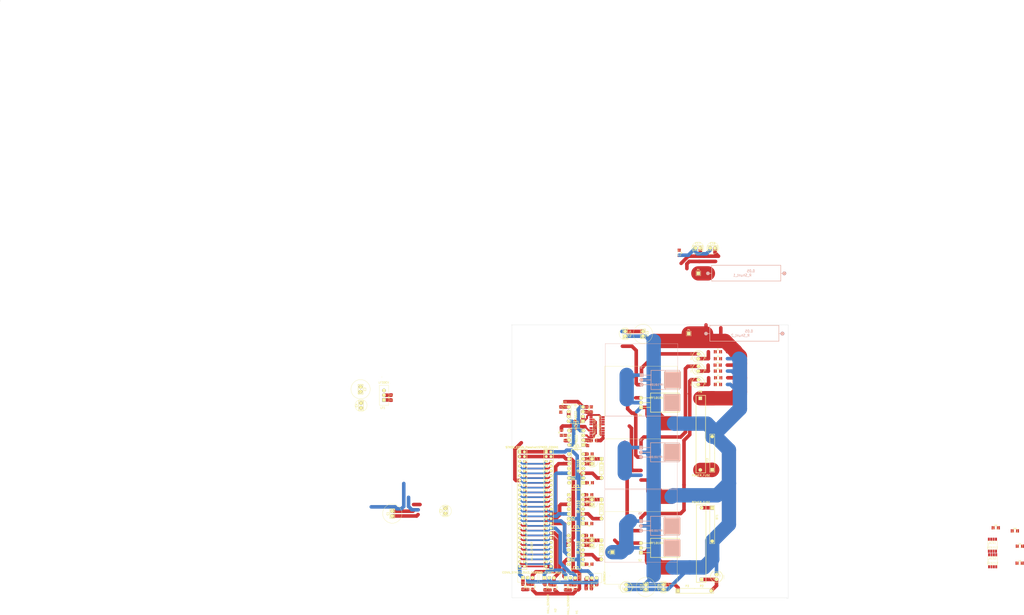
<source format=kicad_pcb>
(kicad_pcb (version 3) (host pcbnew "(2013-jul-07)-stable")
  (layers (15 F.Cu signal) (0 B.Cu signal) (18 B.Paste user) (19 F.Paste user) (20 B.SilkS user) (21 F.SilkS user) (22 B.Mask user) (23 F.Mask user) (28 Edge.Cuts user))
  (net 0 "")
  (net 1 +3.3V)
  (net 2 +48V)
  (net 3 +5V)
  (net 4 GND)
  (net 5 N-000001)
  (net 6 N-0000010)
  (net 7 N-00000104)
  (net 8 N-00000105)
  (net 9 N-00000106)
  (net 10 N-0000011)
  (net 11 N-0000012)
  (net 12 N-0000014)
  (net 13 N-0000015)
  (net 14 N-0000017)
  (net 15 N-0000018)
  (net 16 N-0000019)
  (net 17 N-000002)
  (net 18 N-0000020)
  (net 19 N-0000021)
  (net 20 N-0000022)
  (net 21 N-0000023)
  (net 22 N-0000024)
  (net 23 N-0000025)
  (net 24 N-0000026)
  (net 25 N-0000027)
  (net 26 N-0000028)
  (net 27 N-0000029)
  (net 28 N-000003)
  (net 29 N-0000030)
  (net 30 N-0000031)
  (net 31 N-0000032)
  (net 32 N-0000033)
  (net 33 N-0000034)
  (net 34 N-0000035)
  (net 35 N-0000036)
  (net 36 N-0000037)
  (net 37 N-0000038)
  (net 38 N-0000039)
  (net 39 N-000004)
  (net 40 N-0000040)
  (net 41 N-0000041)
  (net 42 N-0000042)
  (net 43 N-0000043)
  (net 44 N-0000044)
  (net 45 N-0000045)
  (net 46 N-0000046)
  (net 47 N-0000047)
  (net 48 N-0000048)
  (net 49 N-0000049)
  (net 50 N-000005)
  (net 51 N-0000050)
  (net 52 N-0000051)
  (net 53 N-0000052)
  (net 54 N-0000053)
  (net 55 N-0000054)
  (net 56 N-0000055)
  (net 57 N-0000056)
  (net 58 N-0000057)
  (net 59 N-0000058)
  (net 60 N-0000059)
  (net 61 N-000006)
  (net 62 N-0000060)
  (net 63 N-0000061)
  (net 64 N-0000062)
  (net 65 N-0000063)
  (net 66 N-0000064)
  (net 67 N-0000065)
  (net 68 N-0000066)
  (net 69 N-0000067)
  (net 70 N-0000068)
  (net 71 N-0000069)
  (net 72 N-000007)
  (net 73 N-0000070)
  (net 74 N-0000071)
  (net 75 N-0000072)
  (net 76 N-0000078)
  (net 77 N-000008)
  (net 78 N-0000081)
  (net 79 N-0000082)
  (net 80 N-0000084)
  (net 81 N-0000085)
  (net 82 N-000009)
  (net 83 N-0000090)
  (net 84 N-0000092)
  (net 85 N-0000093)
  (net 86 N-0000096)
  (net 87 N-0000097)
  (net 88 N-0000098)
  (net 89 VCC)
  (net 90 VDD)
  (module DIP-14__300 (layer F.Cu) (at 180.3146 184.0992 90)
    (fp_text reference IR3 (at -5.08 -1.27 90) (layer F.SilkS) (effects (font (size 1.524 1.143) (thickness 0.3048))))
    (fp_text value IR_2110 (at 1.27 1.27 90) (layer F.SilkS) (effects (font (size 1.524 1.143) (thickness 0.3048))))
    (pad 1 thru_hole rect (at -7.62 3.81 90) (size 1.905 1.905) (drill 0.127) (layers *.Cu *.Mask F.SilkS) (net 77 N-000008))
    (pad 2 thru_hole circle (at -5.08 3.81 90) (size 1.905 1.905) (drill 0.127) (layers *.Cu *.Mask F.SilkS) (net 4 GND))
    (pad 3 thru_hole circle (at -2.54 3.81 90) (size 1.905 1.905) (drill 0.127) (layers *.Cu *.Mask F.SilkS) (net 89 VCC))
    (pad 4 thru_hole circle (at 0 3.81 90) (size 1.905 1.905) (drill 0.127) (layers *.Cu *.Mask F.SilkS))
    (pad 5 thru_hole circle (at 2.54 3.81 90) (size 1.905 1.905) (drill 0.127) (layers *.Cu *.Mask F.SilkS) (net 86 N-0000096))
    (pad 6 thru_hole circle (at 5.08 3.81 90) (size 1.905 1.905) (drill 0.127) (layers *.Cu *.Mask F.SilkS) (net 6 N-0000010))
    (pad 7 thru_hole circle (at 7.62 3.81 90) (size 1.905 1.905) (drill 0.127) (layers *.Cu *.Mask F.SilkS) (net 82 N-000009))
    (pad 8 thru_hole circle (at 7.62 -3.81 90) (size 1.905 1.905) (drill 0.127) (layers *.Cu *.Mask F.SilkS))
    (pad 9 thru_hole circle (at 5.08 -3.81 90) (size 1.905 1.905) (drill 0.127) (layers *.Cu *.Mask F.SilkS) (net 90 VDD))
    (pad 10 thru_hole circle (at 2.54 -3.81 90) (size 1.905 1.905) (drill 0.127) (layers *.Cu *.Mask F.SilkS) (net 11 N-0000012))
    (pad 11 thru_hole circle (at 0 -3.81 90) (size 1.905 1.905) (drill 0.127) (layers *.Cu *.Mask F.SilkS))
    (pad 12 thru_hole circle (at -2.54 -3.81 90) (size 1.905 1.905) (drill 0.127) (layers *.Cu *.Mask F.SilkS) (net 22 N-0000024))
    (pad 13 thru_hole circle (at -5.08 -3.81 90) (size 1.905 1.905) (drill 0.127) (layers *.Cu *.Mask F.SilkS) (net 4 GND))
    (pad 14 thru_hole circle (at -7.62 -3.81 90) (size 1.905 1.905) (drill 0.127) (layers *.Cu *.Mask F.SilkS))
  )
  (module TO220_small_Heatsink_stand_reduced_area (layer F.Cu) (at 166.2049 198.9455 270)
    (fp_text reference H2 (at 17.3355 -3.3401 270) (layer F.SilkS) (effects (font (size 1.016 1.016) (thickness 0.2032))))
    (fp_text value HALL_SENSOR (at 13.9065 0.5969 270) (layer F.SilkS) (effects (font (size 1.016 1.016) (thickness 0.2032))))
    (pad 1 thru_hole rect (at 0 2.54 270) (size 1.905 1.905) (drill 0.127) (layers *.Cu *.Mask F.SilkS) (net 4 GND))
    (pad 2 thru_hole circle (at 0 -2.54 270) (size 1.905 1.905) (drill 0.127) (layers *.Cu *.Mask F.SilkS) (net 14 N-0000017))
    (pad 3 thru_hole circle (at 0 0 270) (size 1.905 1.905) (drill 0.127) (layers *.Cu *.Mask F.SilkS) (net 3 +5V))
  )
  (module TO220_small_Heatsink_stand_reduced_area (layer F.Cu) (at 154.7876 198.882 270)
    (fp_text reference H3 (at -12.827 1.9304 270) (layer F.SilkS) (effects (font (size 1.016 1.016) (thickness 0.2032))))
    (fp_text value HALL_SENSOR (at -13.843 -2.1336 270) (layer F.SilkS) (effects (font (size 1.016 1.016) (thickness 0.2032))))
    (pad 1 thru_hole rect (at 0 2.54 270) (size 1.905 1.905) (drill 0.127) (layers *.Cu *.Mask F.SilkS) (net 4 GND))
    (pad 2 thru_hole circle (at 0 -2.54 270) (size 1.905 1.905) (drill 0.127) (layers *.Cu *.Mask F.SilkS) (net 44 N-0000044))
    (pad 3 thru_hole circle (at 0 0 270) (size 1.905 1.905) (drill 0.127) (layers *.Cu *.Mask F.SilkS) (net 3 +5V))
  )
  (module 10mm_C (layer F.Cu) (at 65.913 98.679 90)
    (fp_text reference C2 (at 0 2.413 90) (layer F.SilkS) (effects (font (size 1.016 1.016) (thickness 0.2032))))
    (fp_text value 1000uF hide)
    (pad 1 thru_hole circle (at -1.27 0 90) (size 1.905 1.905) (drill 0.127) (layers *.Cu *.Mask F.SilkS) (net 89 VCC))
    (pad 2 thru_hole circle (at 1.27 0 90) (size 1.905 1.905) (drill 0.127) (layers *.Cu *.Mask F.SilkS) (net 4 GND))
  )
  (module DIP-8__300 (layer F.Cu) (at 180.34 111.887 90)
    (fp_text reference M2 (at -6.35 0 180) (layer F.SilkS) (effects (font (size 1.27 1.143) (thickness 0.2032))))
    (fp_text value MCP6022-I/P (at 0 0 90) (layer F.SilkS) (effects (font (size 1.27 1.016) (thickness 0.2032))))
    (pad 1 thru_hole rect (at -3.81 3.81 90) (size 1.905 1.905) (drill 0.127) (layers *.Cu *.Mask F.SilkS) (net 80 N-0000084))
    (pad 2 thru_hole circle (at -1.27 3.81 90) (size 1.905 1.905) (drill 0.127) (layers *.Cu *.Mask F.SilkS) (net 80 N-0000084))
    (pad 3 thru_hole circle (at 1.27 3.81 90) (size 1.905 1.905) (drill 0.127) (layers *.Cu *.Mask F.SilkS) (net 61 N-000006))
    (pad 4 thru_hole circle (at 3.81 3.81 90) (size 1.905 1.905) (drill 0.127) (layers *.Cu *.Mask F.SilkS) (net 4 GND))
    (pad 5 thru_hole circle (at 3.81 -3.81 90) (size 1.905 1.905) (drill 0.127) (layers *.Cu *.Mask F.SilkS) (net 81 N-0000085))
    (pad 6 thru_hole circle (at 1.27 -3.81 90) (size 1.905 1.905) (drill 0.127) (layers *.Cu *.Mask F.SilkS) (net 36 N-0000037))
    (pad 7 thru_hole circle (at -1.27 -3.81 90) (size 1.905 1.905) (drill 0.127) (layers *.Cu *.Mask F.SilkS) (net 36 N-0000037))
    (pad 8 thru_hole circle (at -3.81 -3.81 90) (size 1.905 1.905) (drill 0.127) (layers *.Cu *.Mask F.SilkS) (net 1 +3.3V))
  )
  (module R_Shunt (layer B.Cu) (at 271.145 37.084 180)
    (fp_text reference R_Shunt_1 (at 2.286 -1.016 180) (layer B.SilkS) (effects (font (size 1.397 1.27) (thickness 0.2032)) (justify mirror)))
    (fp_text value 0.05 (at -2.286 1.27 180) (layer B.SilkS) (effects (font (size 1.397 1.27) (thickness 0.2032)) (justify mirror)))
    (pad 1 thru_hole circle (at -20.066 0 180) (size 1.905 1.905) (drill 0.127) (layers *.Cu *.Mask B.SilkS) (net 23 N-0000025))
    (pad 2 thru_hole circle (at 20.574 0 180) (size 1.905 1.905) (drill 0.127) (layers *.Cu *.Mask B.SilkS) (net 35 N-0000036))
  )
  (module PIN_ARRAY_STM32_25X2 (layer F.Cu) (at 165.608 160.147)
    (fp_text reference STM32_CONN1 (at 0.127 -30.607) (layer F.SilkS) (effects (font (size 1.016 1.016) (thickness 0.27432))))
    (fp_text value CONN_STM32_25X2 (at 0.35 35.975) (layer F.SilkS) (effects (font (size 1.016 1.016) (thickness 0.2032))))
    (pad 1 thru_hole rect (at -0.9939 -28.2205 270) (size 1.905 1.524) (drill 0.127) (layers *.Cu *.Mask F.SilkS) (net 4 GND))
    (pad 2 thru_hole circle (at 1.524 -28.194 270) (size 1.524 1.524) (drill 0.127) (layers *.Cu *.Mask F.SilkS) (net 4 GND))
    (pad 11 thru_hole circle (at -0.9939 -15.5205 270) (size 1.524 1.524) (drill 0.127) (layers *.Cu *.Mask F.SilkS) (net 66 N-0000064))
    (pad 4 thru_hole circle (at 1.5461 -25.6805 270) (size 1.524 1.524) (drill 0.127) (layers *.Cu *.Mask F.SilkS) (net 90 VDD))
    (pad 13 thru_hole circle (at -0.9939 -12.9805 270) (size 1.524 1.524) (drill 0.127) (layers *.Cu *.Mask F.SilkS) (net 32 N-0000033))
    (pad 6 thru_hole circle (at 1.5461 -23.1405 270) (size 1.524 1.524) (drill 0.127) (layers *.Cu *.Mask F.SilkS) (net 48 N-0000048))
    (pad 15 thru_hole circle (at -0.9939 -10.4405 270) (size 1.524 1.524) (drill 0.127) (layers *.Cu *.Mask F.SilkS) (net 67 N-0000065))
    (pad 8 thru_hole circle (at 1.5461 -20.6005 270) (size 1.524 1.524) (drill 0.127) (layers *.Cu *.Mask F.SilkS) (net 70 N-0000068))
    (pad 17 thru_hole circle (at -0.9939 -7.9005 270) (size 1.524 1.524) (drill 0.127) (layers *.Cu *.Mask F.SilkS) (net 15 N-0000018))
    (pad 10 thru_hole circle (at 1.5461 -18.0605 270) (size 1.524 1.524) (drill 0.127) (layers *.Cu *.Mask F.SilkS) (net 51 N-0000050))
    (pad 19 thru_hole circle (at -0.9939 -5.3605 270) (size 1.524 1.524) (drill 0.127) (layers *.Cu *.Mask F.SilkS) (net 21 N-0000023))
    (pad 12 thru_hole circle (at 1.5461 -15.5205 270) (size 1.524 1.524) (drill 0.127) (layers *.Cu *.Mask F.SilkS) (net 71 N-0000069))
    (pad 21 thru_hole circle (at -0.9939 -2.8205 270) (size 1.524 1.524) (drill 0.127) (layers *.Cu *.Mask F.SilkS) (net 52 N-0000051))
    (pad 14 thru_hole circle (at 1.5461 -12.9805 270) (size 1.524 1.524) (drill 0.127) (layers *.Cu *.Mask F.SilkS) (net 36 N-0000037))
    (pad 23 thru_hole circle (at -0.9939 -0.2805 270) (size 1.524 1.524) (drill 0.127) (layers *.Cu *.Mask F.SilkS) (net 56 N-0000055))
    (pad 16 thru_hole circle (at 1.5461 -10.4405 270) (size 1.524 1.524) (drill 0.127) (layers *.Cu *.Mask F.SilkS) (net 73 N-0000070))
    (pad 25 thru_hole circle (at -0.9939 2.2595 270) (size 1.524 1.524) (drill 0.127) (layers *.Cu *.Mask F.SilkS) (net 57 N-0000056))
    (pad 18 thru_hole circle (at 1.5461 -7.9005 270) (size 1.524 1.524) (drill 0.127) (layers *.Cu *.Mask F.SilkS) (net 43 N-0000043))
    (pad 27 thru_hole circle (at -0.9939 4.7995 270) (size 1.524 1.524) (drill 0.127) (layers *.Cu *.Mask F.SilkS) (net 16 N-0000019))
    (pad 20 thru_hole circle (at 1.5461 -5.3605 270) (size 1.524 1.524) (drill 0.127) (layers *.Cu *.Mask F.SilkS) (net 74 N-0000071))
    (pad 29 thru_hole circle (at -0.9939 7.3395 270) (size 1.524 1.524) (drill 0.127) (layers *.Cu *.Mask F.SilkS) (net 22 N-0000024))
    (pad 22 thru_hole circle (at 1.5461 -2.8205 270) (size 1.524 1.524) (drill 0.127) (layers *.Cu *.Mask F.SilkS) (net 54 N-0000053))
    (pad 31 thru_hole circle (at -0.9939 9.8795 270) (size 1.524 1.524) (drill 0.127) (layers *.Cu *.Mask F.SilkS) (net 55 N-0000054))
    (pad 24 thru_hole circle (at 1.5461 -0.2805 270) (size 1.524 1.524) (drill 0.127) (layers *.Cu *.Mask F.SilkS) (net 75 N-0000072))
    (pad 26 thru_hole circle (at 1.5461 2.2595 270) (size 1.524 1.524) (drill 0.127) (layers *.Cu *.Mask F.SilkS) (net 40 N-0000040))
    (pad 33 thru_hole circle (at -0.9939 12.4195 270) (size 1.524 1.524) (drill 0.127) (layers *.Cu *.Mask F.SilkS) (net 58 N-0000057))
    (pad 28 thru_hole circle (at 1.5461 4.7995 270) (size 1.524 1.524) (drill 0.127) (layers *.Cu *.Mask F.SilkS) (net 19 N-0000021))
    (pad 32 thru_hole circle (at 1.5461 9.8795 270) (size 1.524 1.524) (drill 0.127) (layers *.Cu *.Mask F.SilkS) (net 11 N-0000012))
    (pad 34 thru_hole circle (at 1.5461 12.4195 270) (size 1.524 1.524) (drill 0.127) (layers *.Cu *.Mask F.SilkS) (net 37 N-0000038))
    (pad 36 thru_hole circle (at 1.5461 14.9595 270) (size 1.524 1.524) (drill 0.127) (layers *.Cu *.Mask F.SilkS) (net 14 N-0000017))
    (pad 38 thru_hole circle (at 1.5461 17.4995 270) (size 1.524 1.524) (drill 0.127) (layers *.Cu *.Mask F.SilkS) (net 44 N-0000044))
    (pad 35 thru_hole circle (at -0.9939 14.9595 270) (size 1.524 1.524) (drill 0.127) (layers *.Cu *.Mask F.SilkS) (net 38 N-0000039))
    (pad 37 thru_hole circle (at -0.9939 17.4995 270) (size 1.524 1.524) (drill 0.127) (layers *.Cu *.Mask F.SilkS) (net 18 N-0000020))
    (pad 3 thru_hole circle (at -0.9939 -25.6805 270) (size 1.524 1.524) (drill 0.127) (layers *.Cu *.Mask F.SilkS) (net 90 VDD))
    (pad 5 thru_hole circle (at -0.9939 -23.1405 270) (size 1.524 1.524) (drill 0.127) (layers *.Cu *.Mask F.SilkS) (net 62 N-0000060))
    (pad 7 thru_hole circle (at -0.9939 -20.6005 270) (size 1.524 1.524) (drill 0.127) (layers *.Cu *.Mask F.SilkS) (net 65 N-0000063))
    (pad 9 thru_hole circle (at -0.9939 -18.0605 270) (size 1.524 1.524) (drill 0.127) (layers *.Cu *.Mask F.SilkS) (net 49 N-0000049))
    (pad 39 thru_hole circle (at -0.9939 20.0395 270) (size 1.524 1.524) (drill 0.127) (layers *.Cu *.Mask F.SilkS) (net 45 N-0000045))
    (pad 40 thru_hole circle (at 1.5461 20.0395 270) (size 1.524 1.524) (drill 0.127) (layers *.Cu *.Mask F.SilkS) (net 68 N-0000066))
    (pad 30 thru_hole circle (at 1.5461 7.3395 270) (size 1.524 1.524) (drill 0.127) (layers *.Cu *.Mask F.SilkS) (net 47 N-0000047))
    (pad 41 thru_hole circle (at -0.9939 22.5795 270) (size 1.524 1.524) (drill 0.127) (layers *.Cu *.Mask F.SilkS) (net 53 N-0000052))
    (pad 42 thru_hole circle (at 1.5461 22.5795 270) (size 1.524 1.524) (drill 0.127) (layers *.Cu *.Mask F.SilkS) (net 46 N-0000046))
    (pad 43 thru_hole circle (at -0.9939 25.1195 270) (size 1.524 1.524) (drill 0.127) (layers *.Cu *.Mask F.SilkS) (net 59 N-0000058))
    (pad 44 thru_hole circle (at 1.5461 25.1195 270) (size 1.524 1.524) (drill 0.127) (layers *.Cu *.Mask F.SilkS) (net 69 N-0000067))
    (pad 45 thru_hole circle (at -0.9939 27.6595 270) (size 1.524 1.524) (drill 0.127) (layers *.Cu *.Mask F.SilkS) (net 60 N-0000059))
    (pad 46 thru_hole circle (at 1.5461 27.6595 270) (size 1.524 1.524) (drill 0.127) (layers *.Cu *.Mask F.SilkS) (net 41 N-0000041))
    (pad 47 thru_hole circle (at -0.9939 30.1995 270) (size 1.524 1.524) (drill 0.127) (layers *.Cu *.Mask F.SilkS) (net 42 N-0000042))
    (pad 48 thru_hole circle (at 1.5461 30.1995 270) (size 1.524 1.524) (drill 0.127) (layers *.Cu *.Mask F.SilkS) (net 20 N-0000022))
    (pad 49 thru_hole circle (at -0.9939 32.7395 270) (size 1.524 1.524) (drill 0.127) (layers *.Cu *.Mask F.SilkS) (net 4 GND))
    (pad 50 thru_hole circle (at 1.5461 32.7395 270) (size 1.524 1.524) (drill 0.127) (layers *.Cu *.Mask F.SilkS) (net 4 GND))
  )
  (module R_Shunt (layer B.Cu) (at 270.129 69.088 180)
    (fp_text reference R_Shunt_2 (at 2.286 -1.016 180) (layer B.SilkS) (effects (font (size 1.397 1.27) (thickness 0.2032)) (justify mirror)))
    (fp_text value 0.05 (at -2.286 1.27 180) (layer B.SilkS) (effects (font (size 1.397 1.27) (thickness 0.2032)) (justify mirror)))
    (pad 1 thru_hole circle (at -20.066 0 180) (size 1.905 1.905) (drill 0.127) (layers *.Cu *.Mask B.SilkS) (net 12 N-0000014))
    (pad 2 thru_hole circle (at 20.574 0 180) (size 1.905 1.905) (drill 0.127) (layers *.Cu *.Mask B.SilkS) (net 34 N-0000035))
  )
  (module PIN_ARRAY_1 (layer F.Cu) (at 245.491 37.084)
    (fp_text reference P1 (at 0 -1.905) (layer F.SilkS) (effects (font (size 0.762 0.762) (thickness 0.1524))))
    (fp_text value CONN_1 hide)
    (pad 1 thru_hole rect (at 0 0) (size 1.905 1.905) (drill 0.127) (layers *.Cu *.Mask F.SilkS) (net 35 N-0000036))
  )
  (module PIN_ARRAY_1 (layer F.Cu) (at 240.411 69.088)
    (fp_text reference P4 (at 0 -1.905) (layer F.SilkS) (effects (font (size 0.762 0.762) (thickness 0.1524))))
    (fp_text value CONN_1 hide)
    (pad 1 thru_hole rect (at 0 0) (size 1.905 1.905) (drill 0.127) (layers *.Cu *.Mask F.SilkS) (net 34 N-0000035))
  )
  (module LED-5MM (layer F.Cu) (at 245.491 94.869 270)
    (fp_text reference RGL3 (at 0 -3.81 270) (layer F.SilkS) (effects (font (size 0.762 0.762) (thickness 0.0889))))
    (fp_text value RG_LED (at 0 3.81 270) (layer F.SilkS) (effects (font (size 0.762 0.762) (thickness 0.0889))))
    (pad 1 thru_hole circle (at -1.27 0 270) (size 1.905 1.905) (drill 0.127) (layers *.Cu *.Mask F.SilkS) (net 72 N-000007))
    (pad 2 thru_hole circle (at 1.27 0 270) (size 1.905 1.905) (drill 0.127) (layers *.Cu *.Mask F.SilkS) (net 29 N-0000030))
  )
  (module LED-5MM (layer F.Cu) (at 255.143 198.501 90)
    (fp_text reference D1 (at 0 -3.81 90) (layer F.SilkS) (effects (font (size 0.762 0.762) (thickness 0.0889))))
    (fp_text value LED (at 0 3.81 90) (layer F.SilkS) (effects (font (size 0.762 0.762) (thickness 0.0889))))
    (pad 1 thru_hole circle (at -1.27 0 90) (size 1.905 1.905) (drill 0.127) (layers *.Cu *.Mask F.SilkS) (net 89 VCC))
    (pad 2 thru_hole circle (at 1.27 0 90) (size 1.905 1.905) (drill 0.127) (layers *.Cu *.Mask F.SilkS) (net 4 GND))
  )
  (module LED-5MM (layer F.Cu) (at 245.491 87.757 270)
    (fp_text reference RGL2 (at 0 -3.81 270) (layer F.SilkS) (effects (font (size 0.762 0.762) (thickness 0.0889))))
    (fp_text value RG_LED (at 0 3.81 270) (layer F.SilkS) (effects (font (size 0.762 0.762) (thickness 0.0889))))
    (pad 1 thru_hole circle (at -1.27 0 270) (size 1.905 1.905) (drill 0.127) (layers *.Cu *.Mask F.SilkS) (net 12 N-0000014))
    (pad 2 thru_hole circle (at 1.27 0 270) (size 1.905 1.905) (drill 0.127) (layers *.Cu *.Mask F.SilkS) (net 30 N-0000031))
  )
  (module LED-5MM (layer F.Cu) (at 245.491 81.153 270)
    (fp_text reference RGL1 (at 0 -3.81 270) (layer F.SilkS) (effects (font (size 0.762 0.762) (thickness 0.0889))))
    (fp_text value RG_LED (at 0 3.81 270) (layer F.SilkS) (effects (font (size 0.762 0.762) (thickness 0.0889))))
    (pad 1 thru_hole circle (at -1.27 0 270) (size 1.905 1.905) (drill 0.127) (layers *.Cu *.Mask F.SilkS) (net 23 N-0000025))
    (pad 2 thru_hole circle (at 1.27 0 270) (size 1.905 1.905) (drill 0.127) (layers *.Cu *.Mask F.SilkS) (net 27 N-0000029))
  )
  (module DO-41 (layer F.Cu) (at 193.9036 184.0992 90)
    (fp_text reference 1N3 (at 0 0 90) (layer F.SilkS) (effects (font (size 1.016 1.016) (thickness 0.2032))))
    (fp_text value 1N4003 hide)
    (pad 2 thru_hole rect (at 5.08 0 90) (size 1.905 1.905) (drill 0.127) (layers *.Cu *.Mask F.SilkS) (net 6 N-0000010))
    (pad 1 thru_hole circle (at -5.08 0 90) (size 1.905 1.905) (drill 0.127) (layers *.Cu *.Mask F.SilkS) (net 89 VCC))
  )
  (module DO-41 (layer F.Cu) (at 193.9798 162.4076 90)
    (fp_text reference 1N2 (at 0 0 90) (layer F.SilkS) (effects (font (size 1.016 1.016) (thickness 0.2032))))
    (fp_text value 1N4003 hide)
    (pad 2 thru_hole rect (at 5.08 0 90) (size 1.905 1.905) (drill 0.127) (layers *.Cu *.Mask F.SilkS) (net 50 N-000005))
    (pad 1 thru_hole circle (at -5.08 0 90) (size 1.905 1.905) (drill 0.127) (layers *.Cu *.Mask F.SilkS) (net 89 VCC))
  )
  (module DO-41 (layer F.Cu) (at 194.0306 140.7922 90)
    (fp_text reference 1N1 (at 0 0 90) (layer F.SilkS) (effects (font (size 1.016 1.016) (thickness 0.2032))))
    (fp_text value 1N4003 hide)
    (pad 2 thru_hole rect (at 5.08 0 90) (size 1.905 1.905) (drill 0.127) (layers *.Cu *.Mask F.SilkS) (net 17 N-000002))
    (pad 1 thru_hole circle (at -5.08 0 90) (size 1.905 1.905) (drill 0.127) (layers *.Cu *.Mask F.SilkS) (net 89 VCC))
  )
  (module DIP-8__300 (layer F.Cu) (at 180.594 124.46 90)
    (fp_text reference M1 (at -6.35 0 180) (layer F.SilkS) (effects (font (size 1.27 1.143) (thickness 0.2032))))
    (fp_text value MCP6022-I/P (at 0 0 90) (layer F.SilkS) (effects (font (size 1.27 1.016) (thickness 0.2032))))
    (pad 1 thru_hole rect (at -3.81 3.81 90) (size 1.905 1.905) (drill 0.127) (layers *.Cu *.Mask F.SilkS) (net 71 N-0000069))
    (pad 2 thru_hole circle (at -1.27 3.81 90) (size 1.905 1.905) (drill 0.127) (layers *.Cu *.Mask F.SilkS) (net 26 N-0000028))
    (pad 3 thru_hole circle (at 1.27 3.81 90) (size 1.905 1.905) (drill 0.127) (layers *.Cu *.Mask F.SilkS) (net 25 N-0000027))
    (pad 4 thru_hole circle (at 3.81 3.81 90) (size 1.905 1.905) (drill 0.127) (layers *.Cu *.Mask F.SilkS) (net 4 GND))
    (pad 5 thru_hole circle (at 3.81 -3.81 90) (size 1.905 1.905) (drill 0.127) (layers *.Cu *.Mask F.SilkS) (net 31 N-0000032))
    (pad 6 thru_hole circle (at 1.27 -3.81 90) (size 1.905 1.905) (drill 0.127) (layers *.Cu *.Mask F.SilkS) (net 33 N-0000034))
    (pad 7 thru_hole circle (at -1.27 -3.81 90) (size 1.905 1.905) (drill 0.127) (layers *.Cu *.Mask F.SilkS) (net 32 N-0000033))
    (pad 8 thru_hole circle (at -3.81 -3.81 90) (size 1.905 1.905) (drill 0.127) (layers *.Cu *.Mask F.SilkS) (net 1 +3.3V))
  )
  (module DIP-14__300 (layer F.Cu) (at 180.3908 162.4076 90)
    (fp_text reference IR2 (at -5.08 -1.27 90) (layer F.SilkS) (effects (font (size 1.524 1.143) (thickness 0.3048))))
    (fp_text value IR_2110 (at 1.27 1.27 90) (layer F.SilkS) (effects (font (size 1.524 1.143) (thickness 0.3048))))
    (pad 1 thru_hole rect (at -7.62 3.81 90) (size 1.905 1.905) (drill 0.127) (layers *.Cu *.Mask F.SilkS) (net 28 N-000003))
    (pad 2 thru_hole circle (at -5.08 3.81 90) (size 1.905 1.905) (drill 0.127) (layers *.Cu *.Mask F.SilkS) (net 4 GND))
    (pad 3 thru_hole circle (at -2.54 3.81 90) (size 1.905 1.905) (drill 0.127) (layers *.Cu *.Mask F.SilkS) (net 89 VCC))
    (pad 4 thru_hole circle (at 0 3.81 90) (size 1.905 1.905) (drill 0.127) (layers *.Cu *.Mask F.SilkS))
    (pad 5 thru_hole circle (at 2.54 3.81 90) (size 1.905 1.905) (drill 0.127) (layers *.Cu *.Mask F.SilkS) (net 76 N-0000078))
    (pad 6 thru_hole circle (at 5.08 3.81 90) (size 1.905 1.905) (drill 0.127) (layers *.Cu *.Mask F.SilkS) (net 50 N-000005))
    (pad 7 thru_hole circle (at 7.62 3.81 90) (size 1.905 1.905) (drill 0.127) (layers *.Cu *.Mask F.SilkS) (net 39 N-000004))
    (pad 8 thru_hole circle (at 7.62 -3.81 90) (size 1.905 1.905) (drill 0.127) (layers *.Cu *.Mask F.SilkS))
    (pad 9 thru_hole circle (at 5.08 -3.81 90) (size 1.905 1.905) (drill 0.127) (layers *.Cu *.Mask F.SilkS) (net 90 VDD))
    (pad 10 thru_hole circle (at 2.54 -3.81 90) (size 1.905 1.905) (drill 0.127) (layers *.Cu *.Mask F.SilkS) (net 47 N-0000047))
    (pad 11 thru_hole circle (at 0 -3.81 90) (size 1.905 1.905) (drill 0.127) (layers *.Cu *.Mask F.SilkS))
    (pad 12 thru_hole circle (at -2.54 -3.81 90) (size 1.905 1.905) (drill 0.127) (layers *.Cu *.Mask F.SilkS) (net 16 N-0000019))
    (pad 13 thru_hole circle (at -5.08 -3.81 90) (size 1.905 1.905) (drill 0.127) (layers *.Cu *.Mask F.SilkS) (net 4 GND))
    (pad 14 thru_hole circle (at -7.62 -3.81 90) (size 1.905 1.905) (drill 0.127) (layers *.Cu *.Mask F.SilkS))
  )
  (module DIP-14__300 (layer F.Cu) (at 180.5686 140.7922 90)
    (fp_text reference IR1 (at -5.08 -1.27 90) (layer F.SilkS) (effects (font (size 1.524 1.143) (thickness 0.3048))))
    (fp_text value IR_2110 (at 1.27 1.27 90) (layer F.SilkS) (effects (font (size 1.524 1.143) (thickness 0.3048))))
    (pad 1 thru_hole rect (at -7.62 3.81 90) (size 1.905 1.905) (drill 0.127) (layers *.Cu *.Mask F.SilkS) (net 10 N-0000011))
    (pad 2 thru_hole circle (at -5.08 3.81 90) (size 1.905 1.905) (drill 0.127) (layers *.Cu *.Mask F.SilkS) (net 4 GND))
    (pad 3 thru_hole circle (at -2.54 3.81 90) (size 1.905 1.905) (drill 0.127) (layers *.Cu *.Mask F.SilkS) (net 89 VCC))
    (pad 4 thru_hole circle (at 0 3.81 90) (size 1.905 1.905) (drill 0.127) (layers *.Cu *.Mask F.SilkS))
    (pad 5 thru_hole circle (at 2.54 3.81 90) (size 1.905 1.905) (drill 0.127) (layers *.Cu *.Mask F.SilkS) (net 85 N-0000093))
    (pad 6 thru_hole circle (at 5.08 3.81 90) (size 1.905 1.905) (drill 0.127) (layers *.Cu *.Mask F.SilkS) (net 17 N-000002))
    (pad 7 thru_hole circle (at 7.62 3.81 90) (size 1.905 1.905) (drill 0.127) (layers *.Cu *.Mask F.SilkS) (net 5 N-000001))
    (pad 8 thru_hole circle (at 7.62 -3.81 90) (size 1.905 1.905) (drill 0.127) (layers *.Cu *.Mask F.SilkS))
    (pad 9 thru_hole circle (at 5.08 -3.81 90) (size 1.905 1.905) (drill 0.127) (layers *.Cu *.Mask F.SilkS) (net 90 VDD))
    (pad 10 thru_hole circle (at 2.54 -3.81 90) (size 1.905 1.905) (drill 0.127) (layers *.Cu *.Mask F.SilkS) (net 19 N-0000021))
    (pad 11 thru_hole circle (at 0 -3.81 90) (size 1.905 1.905) (drill 0.127) (layers *.Cu *.Mask F.SilkS))
    (pad 12 thru_hole circle (at -2.54 -3.81 90) (size 1.905 1.905) (drill 0.127) (layers *.Cu *.Mask F.SilkS) (net 57 N-0000056))
    (pad 13 thru_hole circle (at -5.08 -3.81 90) (size 1.905 1.905) (drill 0.127) (layers *.Cu *.Mask F.SilkS) (net 4 GND))
    (pad 14 thru_hole circle (at -7.62 -3.81 90) (size 1.905 1.905) (drill 0.127) (layers *.Cu *.Mask F.SilkS))
  )
  (module PIN_ARRAY_1 (layer F.Cu) (at 199.771 185.293 90)
    (fp_text reference P5 (at 0 -1.905 90) (layer F.SilkS) (effects (font (size 0.762 0.762) (thickness 0.1524))))
    (fp_text value CONN_1 hide)
    (pad 1 thru_hole rect (at 0 0 90) (size 1.905 1.905) (drill 0.127) (layers *.Cu *.Mask F.SilkS) (net 72 N-000007))
  )
  (module TO220_small_Heatsink_stand_reduced_area (layer F.Cu) (at 177.4571 198.9963 270)
    (fp_text reference H1 (at 18.1737 -3.3909 270) (layer F.SilkS) (effects (font (size 1.016 1.016) (thickness 0.2032))))
    (fp_text value HALL_SENSOR (at 14.3637 1.1811 270) (layer F.SilkS) (effects (font (size 1.016 1.016) (thickness 0.2032))))
    (pad 1 thru_hole rect (at 0 2.54 270) (size 1.905 1.905) (drill 0.127) (layers *.Cu *.Mask F.SilkS) (net 4 GND))
    (pad 2 thru_hole circle (at 0 -2.54 270) (size 1.905 1.905) (drill 0.127) (layers *.Cu *.Mask F.SilkS) (net 37 N-0000038))
    (pad 3 thru_hole circle (at 0 0 270) (size 1.905 1.905) (drill 0.127) (layers *.Cu *.Mask F.SilkS) (net 3 +5V))
  )
  (module TO220_small_Heatsink_stand_reduced_area (layer F.Cu) (at 188.8363 199.0217 270)
    (fp_text reference L1 (at -0.635 6.731 270) (layer F.SilkS) (effects (font (size 1.016 1.016) (thickness 0.2032))))
    (fp_text value L7805CV (at -0.127 -6.731 270) (layer F.SilkS) (effects (font (size 1.016 1.016) (thickness 0.2032))))
    (pad 1 thru_hole rect (at 0 2.54 270) (size 1.905 1.905) (drill 0.127) (layers *.Cu *.Mask F.SilkS) (net 89 VCC))
    (pad 2 thru_hole circle (at 0 -2.54 270) (size 1.905 1.905) (drill 0.127) (layers *.Cu *.Mask F.SilkS) (net 3 +5V))
    (pad 3 thru_hole circle (at 0 0 270) (size 1.905 1.905) (drill 0.127) (layers *.Cu *.Mask F.SilkS) (net 4 GND))
  )
  (module TO220_small_Heatsink_stand_reduced_area (layer F.Cu) (at 78.359 101.854)
    (fp_text reference LF1 (at -0.635 6.731) (layer F.SilkS) (effects (font (size 1.016 1.016) (thickness 0.2032))))
    (fp_text value LF33CV (at -0.127 -6.731) (layer F.SilkS) (effects (font (size 1.016 1.016) (thickness 0.2032))))
    (pad 1 thru_hole rect (at 0 2.54) (size 1.905 1.905) (drill 0.127) (layers *.Cu *.Mask F.SilkS) (net 89 VCC))
    (pad 2 thru_hole circle (at 0 -2.54) (size 1.905 1.905) (drill 0.127) (layers *.Cu *.Mask F.SilkS) (net 1 +3.3V))
    (pad 3 thru_hole circle (at 0 0) (size 1.905 1.905) (drill 0.127) (layers *.Cu *.Mask F.SilkS) (net 4 GND))
  )
  (module 6mm_C (layer F.Cu) (at 206.629 69.215 90)
    (fp_text reference C14 (at 0 2.413 90) (layer F.SilkS) (effects (font (size 1.016 1.016) (thickness 0.2032))))
    (fp_text value 100uF hide)
    (pad 1 thru_hole circle (at -1.27 0 90) (size 1.905 1.905) (drill 0.127) (layers *.Cu *.Mask F.SilkS) (net 2 +48V))
    (pad 2 thru_hole circle (at 1.27 0 90) (size 1.905 1.905) (drill 0.127) (layers *.Cu *.Mask F.SilkS) (net 4 GND))
  )
  (module 6mm_C (layer F.Cu) (at 226.949 203.835 270)
    (fp_text reference C15 (at 0 2.413 270) (layer F.SilkS) (effects (font (size 1.016 1.016) (thickness 0.2032))))
    (fp_text value 100uF hide)
    (pad 1 thru_hole circle (at -1.27 0 270) (size 1.905 1.905) (drill 0.127) (layers *.Cu *.Mask F.SilkS) (net 2 +48V))
    (pad 2 thru_hole circle (at 1.27 0 270) (size 1.905 1.905) (drill 0.127) (layers *.Cu *.Mask F.SilkS) (net 4 GND))
  )
  (module 10mm_C (layer F.Cu) (at 217.551 203.835 270)
    (fp_text reference C12 (at 0 2.413 270) (layer F.SilkS) (effects (font (size 1.016 1.016) (thickness 0.2032))))
    (fp_text value 1000uF hide)
    (pad 1 thru_hole circle (at -1.27 0 270) (size 1.905 1.905) (drill 0.127) (layers *.Cu *.Mask F.SilkS) (net 2 +48V))
    (pad 2 thru_hole circle (at 1.27 0 270) (size 1.905 1.905) (drill 0.127) (layers *.Cu *.Mask F.SilkS) (net 4 GND))
  )
  (module 10mm_C (layer F.Cu) (at 216.027 69.215 90)
    (fp_text reference C13 (at 0 2.413 90) (layer F.SilkS) (effects (font (size 1.016 1.016) (thickness 0.2032))))
    (fp_text value 1000uF hide)
    (pad 1 thru_hole circle (at -1.27 0 90) (size 1.905 1.905) (drill 0.127) (layers *.Cu *.Mask F.SilkS) (net 2 +48V))
    (pad 2 thru_hole circle (at 1.27 0 90) (size 1.905 1.905) (drill 0.127) (layers *.Cu *.Mask F.SilkS) (net 4 GND))
  )
  (module 6mm_C (layer F.Cu) (at 66.167 107.315 270)
    (fp_text reference C4 (at 0 2.413 270) (layer F.SilkS) (effects (font (size 1.016 1.016) (thickness 0.2032))))
    (fp_text value 100uF hide)
    (pad 1 thru_hole circle (at -1.27 0 270) (size 1.905 1.905) (drill 0.127) (layers *.Cu *.Mask F.SilkS) (net 89 VCC))
    (pad 2 thru_hole circle (at 1.27 0 270) (size 1.905 1.905) (drill 0.127) (layers *.Cu *.Mask F.SilkS) (net 4 GND))
  )
  (module 6mm_C (layer F.Cu) (at 188.8998 158.5976 270)
    (fp_text reference C6 (at 0 2.413 270) (layer F.SilkS) (effects (font (size 1.016 1.016) (thickness 0.2032))))
    (fp_text value 100uF hide)
    (pad 1 thru_hole circle (at -1.27 0 270) (size 1.905 1.905) (drill 0.127) (layers *.Cu *.Mask F.SilkS) (net 50 N-000005))
    (pad 2 thru_hole circle (at 1.27 0 270) (size 1.905 1.905) (drill 0.127) (layers *.Cu *.Mask F.SilkS) (net 76 N-0000078))
  )
  (module 6mm_C (layer F.Cu) (at 111.0234 163.3728 270)
    (fp_text reference C3 (at 0 2.413 270) (layer F.SilkS) (effects (font (size 1.016 1.016) (thickness 0.2032))))
    (fp_text value 100uF hide)
    (pad 1 thru_hole circle (at -1.27 0 270) (size 1.905 1.905) (drill 0.127) (layers *.Cu *.Mask F.SilkS) (net 89 VCC))
    (pad 2 thru_hole circle (at 1.27 0 270) (size 1.905 1.905) (drill 0.127) (layers *.Cu *.Mask F.SilkS) (net 4 GND))
  )
  (module 6mm_C (layer F.Cu) (at 188.9506 136.9822 270)
    (fp_text reference C5 (at 0 2.413 270) (layer F.SilkS) (effects (font (size 1.016 1.016) (thickness 0.2032))))
    (fp_text value 100uF hide)
    (pad 1 thru_hole circle (at -1.27 0 270) (size 1.905 1.905) (drill 0.127) (layers *.Cu *.Mask F.SilkS) (net 17 N-000002))
    (pad 2 thru_hole circle (at 1.27 0 270) (size 1.905 1.905) (drill 0.127) (layers *.Cu *.Mask F.SilkS) (net 85 N-0000093))
  )
  (module 10mm_C (layer F.Cu) (at 82.7786 164.7952 270)
    (fp_text reference C1 (at 0 2.413 270) (layer F.SilkS) (effects (font (size 1.016 1.016) (thickness 0.2032))))
    (fp_text value 1000uF hide)
    (pad 1 thru_hole circle (at -1.27 0 270) (size 1.905 1.905) (drill 0.127) (layers *.Cu *.Mask F.SilkS) (net 89 VCC))
    (pad 2 thru_hole circle (at 1.27 0 270) (size 1.905 1.905) (drill 0.127) (layers *.Cu *.Mask F.SilkS) (net 4 GND))
  )
  (module 6mm_C (layer F.Cu) (at 188.8236 180.2892 270)
    (fp_text reference C7 (at 0 2.413 270) (layer F.SilkS) (effects (font (size 1.016 1.016) (thickness 0.2032))))
    (fp_text value 100u hide)
    (pad 1 thru_hole circle (at -1.27 0 270) (size 1.905 1.905) (drill 0.127) (layers *.Cu *.Mask F.SilkS) (net 6 N-0000010))
    (pad 2 thru_hole circle (at 1.27 0 270) (size 1.905 1.905) (drill 0.127) (layers *.Cu *.Mask F.SilkS) (net 86 N-0000096))
  )
  (module Fuse (layer F.Cu) (at 246.507 131.445)
    (fp_text reference P6 (at 0 -31.496) (layer F.SilkS) (effects (font (size 1.016 1.016) (thickness 0.27432))))
    (fp_text value POWER_FUSE (at 0.381 13.081) (layer F.SilkS) (effects (font (size 1.016 1.016) (thickness 0.2032))))
    (pad 1 thru_hole rect (at 0.0221 -27.9665 270) (size 1.905 1.905) (drill 0.127) (layers *.Cu *.Mask F.SilkS) (net 2 +48V))
    (pad 2 thru_hole circle (at 0.0221 10.1335 270) (size 1.905 1.905) (drill 0.127) (layers *.Cu *.Mask F.SilkS) (net 63 N-0000061))
  )
  (module Fuse (layer F.Cu) (at 247.269 171.831 180)
    (fp_text reference P2 (at 0 -31.496 180) (layer F.SilkS) (effects (font (size 1.016 1.016) (thickness 0.27432))))
    (fp_text value POWER_FUSE (at 0.381 13.081 180) (layer F.SilkS) (effects (font (size 1.016 1.016) (thickness 0.2032))))
    (pad 1 thru_hole rect (at 0.0221 -27.9665 90) (size 1.905 1.905) (drill 0.127) (layers *.Cu *.Mask F.SilkS) (net 89 VCC))
    (pad 2 thru_hole circle (at 0.0221 10.1335 90) (size 1.905 1.905) (drill 0.127) (layers *.Cu *.Mask F.SilkS) (net 64 N-0000062))
  )
  (module Battery_2x1 (layer F.Cu) (at 252.857 171.323 270)
    (fp_text reference BT1 (at -4.699 -2.54 270) (layer F.SilkS) (effects (font (size 1.016 1.016) (thickness 0.2032))))
    (fp_text value BATTERY_12V hide)
    (pad 1 thru_hole rect (at -9.525 0 270) (size 1.905 1.905) (drill 0.127) (layers *.Cu *.Mask F.SilkS) (net 64 N-0000062))
    (pad 2 thru_hole circle (at 8.128 0 270) (size 1.905 1.905) (drill 0.127) (layers *.Cu *.Mask F.SilkS) (net 4 GND))
  )
  (module Battery_2x1 (layer F.Cu) (at 252.857 131.953 90)
    (fp_text reference BT2 (at -4.699 -2.54 90) (layer F.SilkS) (effects (font (size 1.016 1.016) (thickness 0.2032))))
    (fp_text value BATTERY_48 hide)
    (pad 1 thru_hole rect (at -9.525 0 90) (size 1.905 1.905) (drill 0.127) (layers *.Cu *.Mask F.SilkS) (net 63 N-0000061))
    (pad 2 thru_hole circle (at 8.128 0 90) (size 1.905 1.905) (drill 0.127) (layers *.Cu *.Mask F.SilkS) (net 4 GND))
  )
  (module LED-5MM (layer F.Cu) (at 207.137 203.835 270)
    (fp_text reference D5 (at 0 -3.81 270) (layer F.SilkS) (effects (font (size 0.762 0.762) (thickness 0.0889))))
    (fp_text value LED (at 0 3.81 270) (layer F.SilkS) (effects (font (size 0.762 0.762) (thickness 0.0889))))
    (pad 1 thru_hole circle (at -1.27 0 270) (size 1.905 1.905) (drill 0.127) (layers *.Cu *.Mask F.SilkS) (net 2 +48V))
    (pad 2 thru_hole circle (at 1.27 0 270) (size 1.905 1.905) (drill 0.127) (layers *.Cu *.Mask F.SilkS) (net 4 GND))
  )
  (module 6mm_C (layer F.Cu) (at 253.111 23.622 180)
    (fp_text reference C16 (at 0 2.413 180) (layer F.SilkS) (effects (font (size 1.016 1.016) (thickness 0.2032))))
    (fp_text value 10uF hide)
    (pad 1 thru_hole circle (at -1.27 0 180) (size 1.905 1.905) (drill 0.127) (layers *.Cu *.Mask F.SilkS) (net 90 VDD))
    (pad 2 thru_hole circle (at 1.27 0 180) (size 1.905 1.905) (drill 0.127) (layers *.Cu *.Mask F.SilkS) (net 4 GND))
  )
  (module 6mm_C (layer F.Cu) (at 245.237 23.622 180)
    (fp_text reference C17 (at 0 2.413 180) (layer F.SilkS) (effects (font (size 1.016 1.016) (thickness 0.2032))))
    (fp_text value 100uF hide)
    (pad 1 thru_hole circle (at -1.27 0 180) (size 1.905 1.905) (drill 0.127) (layers *.Cu *.Mask F.SilkS) (net 90 VDD))
    (pad 2 thru_hole circle (at 1.27 0 180) (size 1.905 1.905) (drill 0.127) (layers *.Cu *.Mask F.SilkS) (net 4 GND))
  )
  (module INA_148 (layer F.Cu) (at 191.643 115.4176 90)
    (fp_text reference INA1 (at 0 -1.27 90) (layer F.SilkS) (effects (font (size 1.143 1.016) (thickness 0.127))))
    (fp_text value INA148 (at 0 1.27 90) (layer F.SilkS) (effects (font (size 1.016 1.016) (thickness 0.127))))
    (pad 8 smd rect (at -1.905 -3.175 90) (size 1.016 1.651) (layers F.Cu F.Paste F.Mask))
    (pad 7 smd rect (at -0.635 -3.175 90) (size 1.016 1.651) (layers F.Cu F.Paste F.Mask) (net 1 +3.3V))
    (pad 6 smd rect (at 0.635 -3.175 90) (size 1.016 1.651) (layers F.Cu F.Paste F.Mask) (net 25 N-0000027))
    (pad 5 smd rect (at 1.905 -3.175 90) (size 1.016 1.651) (layers F.Cu F.Paste F.Mask))
    (pad 4 smd rect (at 1.905 3.175 90) (size 1.016 1.651) (layers F.Cu F.Paste F.Mask) (net 4 GND))
    (pad 3 smd rect (at 0.635 3.175 90) (size 1.016 1.651) (layers F.Cu F.Paste F.Mask) (net 23 N-0000025))
    (pad 2 smd rect (at -0.635 3.175 90) (size 1.016 1.651) (layers F.Cu F.Paste F.Mask) (net 35 N-0000036))
    (pad 1 smd rect (at -1.905 3.175 90) (size 1.016 1.651) (layers F.Cu F.Paste F.Mask) (net 80 N-0000084))
  )
  (module INA_148 (layer F.Cu) (at 191.643 121.2596 90)
    (fp_text reference INA2 (at 0 -1.27 90) (layer F.SilkS) (effects (font (size 1.143 1.016) (thickness 0.127))))
    (fp_text value INA148 (at 0 1.27 90) (layer F.SilkS) (effects (font (size 1.016 1.016) (thickness 0.127))))
    (pad 8 smd rect (at -1.905 -3.175 90) (size 1.016 1.651) (layers F.Cu F.Paste F.Mask))
    (pad 7 smd rect (at -0.635 -3.175 90) (size 1.016 1.651) (layers F.Cu F.Paste F.Mask) (net 1 +3.3V))
    (pad 6 smd rect (at 0.635 -3.175 90) (size 1.016 1.651) (layers F.Cu F.Paste F.Mask) (net 31 N-0000032))
    (pad 5 smd rect (at 1.905 -3.175 90) (size 1.016 1.651) (layers F.Cu F.Paste F.Mask))
    (pad 4 smd rect (at 1.905 3.175 90) (size 1.016 1.651) (layers F.Cu F.Paste F.Mask) (net 4 GND))
    (pad 3 smd rect (at 0.635 3.175 90) (size 1.016 1.651) (layers F.Cu F.Paste F.Mask) (net 12 N-0000014))
    (pad 2 smd rect (at -0.635 3.175 90) (size 1.016 1.651) (layers F.Cu F.Paste F.Mask) (net 34 N-0000035))
    (pad 1 smd rect (at -1.905 3.175 90) (size 1.016 1.651) (layers F.Cu F.Paste F.Mask) (net 80 N-0000084))
  )
  (module Battery_2x1 (layer F.Cu) (at 244.221 205.867)
    (fp_text reference P3 (at -4.699 -2.54) (layer F.SilkS) (effects (font (size 1.016 1.016) (thickness 0.2032))))
    (fp_text value CONN_2 hide)
    (pad 1 thru_hole rect (at -9.525 0) (size 1.905 1.905) (drill 0.127) (layers *.Cu *.Mask F.SilkS) (net 2 +48V))
    (pad 2 thru_hole circle (at 8.128 0) (size 1.905 1.905) (drill 0.127) (layers *.Cu *.Mask F.SilkS) (net 89 VCC))
  )
  (module TO220_Big_Heat_Sink_Drain_Sink (layer B.Cu) (at 215.265 93.726)
    (fp_text reference S1 (at -0.508 -6.604) (layer B.SilkS) (effects (font (size 1.016 1.016) (thickness 0.2032)) (justify mirror)))
    (fp_text value IRF1010N (at 8.128 2.54) (layer B.SilkS) (effects (font (size 1.016 1.016) (thickness 0.2032)) (justify mirror)))
    (pad 1 thru_hole rect (at 0 -2.54) (size 1.905 1.905) (drill 0.127) (layers *.Cu *.Mask B.SilkS) (net 23 N-0000025))
    (pad 2 thru_hole circle (at 0 2.54) (size 1.905 1.905) (drill 0.127) (layers *.Cu *.Mask B.SilkS) (net 83 N-0000090))
    (pad 3 thru_hole circle (at 0 0) (size 1.905 1.905) (drill 0.127) (layers *.Cu *.Mask B.SilkS) (net 2 +48V))
    (pad 3 thru_hole rect (at 16.51 0) (size 8.89 8.89) (drill 0.127) (layers *.Cu *.SilkS *.Mask) (net 2 +48V))
  )
  (module TO220_Big_Heat_Sink_Drain_Sink (layer F.Cu) (at 215.011 105.791)
    (fp_text reference S4 (at -0.508 6.604) (layer F.SilkS) (effects (font (size 1.016 1.016) (thickness 0.2032))))
    (fp_text value IRF1010N (at 8.128 -2.54) (layer F.SilkS) (effects (font (size 1.016 1.016) (thickness 0.2032))))
    (pad 1 thru_hole rect (at 0 2.54) (size 1.905 1.905) (drill 0.127) (layers *.Cu *.Mask F.SilkS) (net 4 GND))
    (pad 2 thru_hole circle (at 0 -2.54) (size 1.905 1.905) (drill 0.127) (layers *.Cu *.Mask F.SilkS) (net 84 N-0000092))
    (pad 3 thru_hole circle (at 0 0) (size 1.905 1.905) (drill 0.127) (layers *.Cu *.Mask F.SilkS) (net 23 N-0000025))
    (pad 3 thru_hole rect (at 16.51 0) (size 8.89 8.89) (drill 0.127) (layers *.Cu *.SilkS *.Mask) (net 23 N-0000025))
  )
  (module TO220_Big_Heat_Sink_Drain_Sink (layer B.Cu) (at 215.011 132.207)
    (fp_text reference S3 (at -0.508 -6.604) (layer B.SilkS) (effects (font (size 1.016 1.016) (thickness 0.2032)) (justify mirror)))
    (fp_text value IRF1010N (at 8.128 2.54) (layer B.SilkS) (effects (font (size 1.016 1.016) (thickness 0.2032)) (justify mirror)))
    (pad 1 thru_hole rect (at 0 -2.54) (size 1.905 1.905) (drill 0.127) (layers *.Cu *.Mask B.SilkS) (net 12 N-0000014))
    (pad 2 thru_hole circle (at 0 2.54) (size 1.905 1.905) (drill 0.127) (layers *.Cu *.Mask B.SilkS) (net 78 N-0000081))
    (pad 3 thru_hole circle (at 0 0) (size 1.905 1.905) (drill 0.127) (layers *.Cu *.Mask B.SilkS) (net 2 +48V))
    (pad 3 thru_hole rect (at 16.51 0) (size 8.89 8.89) (drill 0.127) (layers *.Cu *.SilkS *.Mask) (net 2 +48V))
  )
  (module TO220_Big_Heat_Sink_Drain_Sink (layer F.Cu) (at 215.011 183.007)
    (fp_text reference S2 (at -0.508 6.604) (layer F.SilkS) (effects (font (size 1.016 1.016) (thickness 0.2032))))
    (fp_text value IRF1010N (at 8.128 -2.54) (layer F.SilkS) (effects (font (size 1.016 1.016) (thickness 0.2032))))
    (pad 1 thru_hole rect (at 0 2.54) (size 1.905 1.905) (drill 0.127) (layers *.Cu *.Mask F.SilkS) (net 4 GND))
    (pad 2 thru_hole circle (at 0 -2.54) (size 1.905 1.905) (drill 0.127) (layers *.Cu *.Mask F.SilkS) (net 87 N-0000097))
    (pad 3 thru_hole circle (at 0 0) (size 1.905 1.905) (drill 0.127) (layers *.Cu *.Mask F.SilkS) (net 72 N-000007))
    (pad 3 thru_hole rect (at 16.51 0) (size 8.89 8.89) (drill 0.127) (layers *.Cu *.SilkS *.Mask) (net 72 N-000007))
  )
  (module PIN_ARRAY_STM32_25X2 (layer F.Cu) (at 151.511 160.147)
    (fp_text reference STM32_CONN_Passive1 (at 0.127 -30.607) (layer F.SilkS) (effects (font (size 1.016 1.016) (thickness 0.27432))))
    (fp_text value CONN_STM32_25X2_PASSIVE (at 0.35 35.975) (layer F.SilkS) (effects (font (size 1.016 1.016) (thickness 0.2032))))
    (pad 1 thru_hole rect (at -0.9939 -28.2205 270) (size 1.905 1.524) (drill 0.127) (layers *.Cu *.Mask F.SilkS) (net 4 GND))
    (pad 2 thru_hole circle (at 1.524 -28.194 270) (size 1.524 1.524) (drill 0.127) (layers *.Cu *.Mask F.SilkS) (net 4 GND))
    (pad 11 thru_hole circle (at -0.9939 -15.5205 270) (size 1.524 1.524) (drill 0.127) (layers *.Cu *.Mask F.SilkS) (net 66 N-0000064))
    (pad 4 thru_hole circle (at 1.5461 -25.6805 270) (size 1.524 1.524) (drill 0.127) (layers *.Cu *.Mask F.SilkS) (net 90 VDD))
    (pad 13 thru_hole circle (at -0.9939 -12.9805 270) (size 1.524 1.524) (drill 0.127) (layers *.Cu *.Mask F.SilkS) (net 32 N-0000033))
    (pad 6 thru_hole circle (at 1.5461 -23.1405 270) (size 1.524 1.524) (drill 0.127) (layers *.Cu *.Mask F.SilkS) (net 48 N-0000048))
    (pad 15 thru_hole circle (at -0.9939 -10.4405 270) (size 1.524 1.524) (drill 0.127) (layers *.Cu *.Mask F.SilkS) (net 67 N-0000065))
    (pad 8 thru_hole circle (at 1.5461 -20.6005 270) (size 1.524 1.524) (drill 0.127) (layers *.Cu *.Mask F.SilkS) (net 70 N-0000068))
    (pad 17 thru_hole circle (at -0.9939 -7.9005 270) (size 1.524 1.524) (drill 0.127) (layers *.Cu *.Mask F.SilkS) (net 15 N-0000018))
    (pad 10 thru_hole circle (at 1.5461 -18.0605 270) (size 1.524 1.524) (drill 0.127) (layers *.Cu *.Mask F.SilkS) (net 51 N-0000050))
    (pad 19 thru_hole circle (at -0.9939 -5.3605 270) (size 1.524 1.524) (drill 0.127) (layers *.Cu *.Mask F.SilkS) (net 21 N-0000023))
    (pad 12 thru_hole circle (at 1.5461 -15.5205 270) (size 1.524 1.524) (drill 0.127) (layers *.Cu *.Mask F.SilkS) (net 71 N-0000069))
    (pad 21 thru_hole circle (at -0.9939 -2.8205 270) (size 1.524 1.524) (drill 0.127) (layers *.Cu *.Mask F.SilkS) (net 52 N-0000051))
    (pad 14 thru_hole circle (at 1.5461 -12.9805 270) (size 1.524 1.524) (drill 0.127) (layers *.Cu *.Mask F.SilkS) (net 36 N-0000037))
    (pad 23 thru_hole circle (at -0.9939 -0.2805 270) (size 1.524 1.524) (drill 0.127) (layers *.Cu *.Mask F.SilkS) (net 56 N-0000055))
    (pad 16 thru_hole circle (at 1.5461 -10.4405 270) (size 1.524 1.524) (drill 0.127) (layers *.Cu *.Mask F.SilkS) (net 73 N-0000070))
    (pad 25 thru_hole circle (at -0.9939 2.2595 270) (size 1.524 1.524) (drill 0.127) (layers *.Cu *.Mask F.SilkS) (net 57 N-0000056))
    (pad 18 thru_hole circle (at 1.5461 -7.9005 270) (size 1.524 1.524) (drill 0.127) (layers *.Cu *.Mask F.SilkS) (net 43 N-0000043))
    (pad 27 thru_hole circle (at -0.9939 4.7995 270) (size 1.524 1.524) (drill 0.127) (layers *.Cu *.Mask F.SilkS) (net 16 N-0000019))
    (pad 20 thru_hole circle (at 1.5461 -5.3605 270) (size 1.524 1.524) (drill 0.127) (layers *.Cu *.Mask F.SilkS) (net 74 N-0000071))
    (pad 29 thru_hole circle (at -0.9939 7.3395 270) (size 1.524 1.524) (drill 0.127) (layers *.Cu *.Mask F.SilkS) (net 22 N-0000024))
    (pad 22 thru_hole circle (at 1.5461 -2.8205 270) (size 1.524 1.524) (drill 0.127) (layers *.Cu *.Mask F.SilkS) (net 54 N-0000053))
    (pad 31 thru_hole circle (at -0.9939 9.8795 270) (size 1.524 1.524) (drill 0.127) (layers *.Cu *.Mask F.SilkS) (net 55 N-0000054))
    (pad 24 thru_hole circle (at 1.5461 -0.2805 270) (size 1.524 1.524) (drill 0.127) (layers *.Cu *.Mask F.SilkS) (net 75 N-0000072))
    (pad 26 thru_hole circle (at 1.5461 2.2595 270) (size 1.524 1.524) (drill 0.127) (layers *.Cu *.Mask F.SilkS) (net 40 N-0000040))
    (pad 33 thru_hole circle (at -0.9939 12.4195 270) (size 1.524 1.524) (drill 0.127) (layers *.Cu *.Mask F.SilkS) (net 58 N-0000057))
    (pad 28 thru_hole circle (at 1.5461 4.7995 270) (size 1.524 1.524) (drill 0.127) (layers *.Cu *.Mask F.SilkS) (net 19 N-0000021))
    (pad 32 thru_hole circle (at 1.5461 9.8795 270) (size 1.524 1.524) (drill 0.127) (layers *.Cu *.Mask F.SilkS) (net 11 N-0000012))
    (pad 34 thru_hole circle (at 1.5461 12.4195 270) (size 1.524 1.524) (drill 0.127) (layers *.Cu *.Mask F.SilkS) (net 37 N-0000038))
    (pad 36 thru_hole circle (at 1.5461 14.9595 270) (size 1.524 1.524) (drill 0.127) (layers *.Cu *.Mask F.SilkS) (net 14 N-0000017))
    (pad 38 thru_hole circle (at 1.5461 17.4995 270) (size 1.524 1.524) (drill 0.127) (layers *.Cu *.Mask F.SilkS) (net 44 N-0000044))
    (pad 35 thru_hole circle (at -0.9939 14.9595 270) (size 1.524 1.524) (drill 0.127) (layers *.Cu *.Mask F.SilkS) (net 38 N-0000039))
    (pad 37 thru_hole circle (at -0.9939 17.4995 270) (size 1.524 1.524) (drill 0.127) (layers *.Cu *.Mask F.SilkS) (net 18 N-0000020))
    (pad 3 thru_hole circle (at -0.9939 -25.6805 270) (size 1.524 1.524) (drill 0.127) (layers *.Cu *.Mask F.SilkS) (net 90 VDD))
    (pad 5 thru_hole circle (at -0.9939 -23.1405 270) (size 1.524 1.524) (drill 0.127) (layers *.Cu *.Mask F.SilkS) (net 62 N-0000060))
    (pad 7 thru_hole circle (at -0.9939 -20.6005 270) (size 1.524 1.524) (drill 0.127) (layers *.Cu *.Mask F.SilkS) (net 65 N-0000063))
    (pad 9 thru_hole circle (at -0.9939 -18.0605 270) (size 1.524 1.524) (drill 0.127) (layers *.Cu *.Mask F.SilkS) (net 49 N-0000049))
    (pad 39 thru_hole circle (at -0.9939 20.0395 270) (size 1.524 1.524) (drill 0.127) (layers *.Cu *.Mask F.SilkS) (net 45 N-0000045))
    (pad 40 thru_hole circle (at 1.5461 20.0395 270) (size 1.524 1.524) (drill 0.127) (layers *.Cu *.Mask F.SilkS) (net 68 N-0000066))
    (pad 30 thru_hole circle (at 1.5461 7.3395 270) (size 1.524 1.524) (drill 0.127) (layers *.Cu *.Mask F.SilkS) (net 47 N-0000047))
    (pad 41 thru_hole circle (at -0.9939 22.5795 270) (size 1.524 1.524) (drill 0.127) (layers *.Cu *.Mask F.SilkS) (net 53 N-0000052))
    (pad 42 thru_hole circle (at 1.5461 22.5795 270) (size 1.524 1.524) (drill 0.127) (layers *.Cu *.Mask F.SilkS) (net 46 N-0000046))
    (pad 43 thru_hole circle (at -0.9939 25.1195 270) (size 1.524 1.524) (drill 0.127) (layers *.Cu *.Mask F.SilkS) (net 59 N-0000058))
    (pad 44 thru_hole circle (at 1.5461 25.1195 270) (size 1.524 1.524) (drill 0.127) (layers *.Cu *.Mask F.SilkS) (net 69 N-0000067))
    (pad 45 thru_hole circle (at -0.9939 27.6595 270) (size 1.524 1.524) (drill 0.127) (layers *.Cu *.Mask F.SilkS) (net 60 N-0000059))
    (pad 46 thru_hole circle (at 1.5461 27.6595 270) (size 1.524 1.524) (drill 0.127) (layers *.Cu *.Mask F.SilkS) (net 41 N-0000041))
    (pad 47 thru_hole circle (at -0.9939 30.1995 270) (size 1.524 1.524) (drill 0.127) (layers *.Cu *.Mask F.SilkS) (net 42 N-0000042))
    (pad 48 thru_hole circle (at 1.5461 30.1995 270) (size 1.524 1.524) (drill 0.127) (layers *.Cu *.Mask F.SilkS) (net 20 N-0000022))
    (pad 49 thru_hole circle (at -0.9939 32.7395 270) (size 1.524 1.524) (drill 0.127) (layers *.Cu *.Mask F.SilkS) (net 4 GND))
    (pad 50 thru_hole circle (at 1.5461 32.7395 270) (size 1.524 1.524) (drill 0.127) (layers *.Cu *.Mask F.SilkS) (net 4 GND))
  )
  (module TO220_Big_Heat_Sink_Drain_Sink (layer B.Cu) (at 215.011 171.323)
    (fp_text reference S5 (at -0.508 -6.604) (layer B.SilkS) (effects (font (size 1.016 1.016) (thickness 0.2032)) (justify mirror)))
    (fp_text value IRF1010N (at 8.128 2.54) (layer B.SilkS) (effects (font (size 1.016 1.016) (thickness 0.2032)) (justify mirror)))
    (pad 1 thru_hole rect (at 0 -2.54) (size 1.905 1.905) (drill 0.127) (layers *.Cu *.Mask B.SilkS) (net 72 N-000007))
    (pad 2 thru_hole circle (at 0 2.54) (size 1.905 1.905) (drill 0.127) (layers *.Cu *.Mask B.SilkS) (net 88 N-0000098))
    (pad 3 thru_hole circle (at 0 0) (size 1.905 1.905) (drill 0.127) (layers *.Cu *.Mask B.SilkS) (net 2 +48V))
    (pad 3 thru_hole rect (at 16.51 0) (size 8.89 8.89) (drill 0.127) (layers *.Cu *.SilkS *.Mask) (net 2 +48V))
  )
  (module ACS712 (layer F.Cu) (at 401.828 181.61)
    (fp_text reference ACS1 (at 0 -1.27) (layer F.SilkS) (effects (font (size 1.143 1.016) (thickness 0.127))))
    (fp_text value ACS712 (at 0 1.27) (layer F.SilkS) (effects (font (size 1.016 1.016) (thickness 0.127))))
    (pad 8 smd rect (at -1.905 -3.175) (size 1.016 1.651) (layers F.Cu F.Paste F.Mask) (net 3 +5V))
    (pad 7 smd rect (at -0.635 -3.175) (size 1.016 1.651) (layers F.Cu F.Paste F.Mask) (net 71 N-0000069))
    (pad 6 smd rect (at 0.635 -3.175) (size 1.016 1.651) (layers F.Cu F.Paste F.Mask) (net 24 N-0000026))
    (pad 5 smd rect (at 1.905 -3.175) (size 1.016 1.651) (layers F.Cu F.Paste F.Mask) (net 4 GND))
    (pad 4 smd rect (at 1.905 3.175) (size 1.016 1.651) (layers F.Cu F.Paste F.Mask) (net 35 N-0000036))
    (pad 3 smd rect (at 0.635 3.175) (size 1.016 1.651) (layers F.Cu F.Paste F.Mask) (net 35 N-0000036))
    (pad 2 smd rect (at -0.635 3.175) (size 1.016 1.651) (layers F.Cu F.Paste F.Mask) (net 23 N-0000025))
    (pad 1 smd rect (at -1.905 3.175) (size 1.016 1.651) (layers F.Cu F.Paste F.Mask) (net 23 N-0000025))
  )
  (module ACS712 (layer F.Cu) (at 401.955 189.865)
    (fp_text reference ACS2 (at 0 -1.27) (layer F.SilkS) (effects (font (size 1.143 1.016) (thickness 0.127))))
    (fp_text value ACS712 (at 0 1.27) (layer F.SilkS) (effects (font (size 1.016 1.016) (thickness 0.127))))
    (pad 8 smd rect (at -1.905 -3.175) (size 1.016 1.651) (layers F.Cu F.Paste F.Mask) (net 3 +5V))
    (pad 7 smd rect (at -0.635 -3.175) (size 1.016 1.651) (layers F.Cu F.Paste F.Mask) (net 32 N-0000033))
    (pad 6 smd rect (at 0.635 -3.175) (size 1.016 1.651) (layers F.Cu F.Paste F.Mask) (net 13 N-0000015))
    (pad 5 smd rect (at 1.905 -3.175) (size 1.016 1.651) (layers F.Cu F.Paste F.Mask) (net 4 GND))
    (pad 4 smd rect (at 1.905 3.175) (size 1.016 1.651) (layers F.Cu F.Paste F.Mask) (net 34 N-0000035))
    (pad 3 smd rect (at 0.635 3.175) (size 1.016 1.651) (layers F.Cu F.Paste F.Mask) (net 34 N-0000035))
    (pad 2 smd rect (at -0.635 3.175) (size 1.016 1.651) (layers F.Cu F.Paste F.Mask) (net 12 N-0000014))
    (pad 1 smd rect (at -1.905 3.175) (size 1.016 1.651) (layers F.Cu F.Paste F.Mask) (net 12 N-0000014))
  )
  (module R_1206 (layer F.Cu) (at 187.3758 176.4792 180)
    (fp_text reference R19 (at 0.0254 -1.2954 180) (layer F.SilkS) (effects (font (size 0.50038 0.50038) (thickness 0.11938))))
    (fp_text value 36 hide)
    (pad 1 smd rect (at 1.397 0 180) (size 1.6002 1.8034) (layers F.Cu F.Paste F.Mask) (net 82 N-000009))
    (pad 2 smd rect (at -1.397 0 180) (size 1.6002 1.8034) (layers F.Cu F.Paste F.Mask) (net 88 N-0000098))
  )
  (module R_1206 (layer F.Cu) (at 174.9171 203.9239 270)
    (fp_text reference R24 (at 0.0254 -1.2954 270) (layer F.SilkS) (effects (font (size 0.50038 0.50038) (thickness 0.11938))))
    (fp_text value 1k hide)
    (pad 1 smd rect (at 1.397 0 270) (size 1.6002 1.8034) (layers F.Cu F.Paste F.Mask) (net 8 N-00000105))
    (pad 2 smd rect (at -1.397 0 270) (size 1.6002 1.8034) (layers F.Cu F.Paste F.Mask) (net 4 GND))
  )
  (module R_1206 (layer F.Cu) (at 179.9971 203.9239 270)
    (fp_text reference R21 (at 0.0254 -1.2954 270) (layer F.SilkS) (effects (font (size 0.50038 0.50038) (thickness 0.11938))))
    (fp_text value 1k hide)
    (pad 1 smd rect (at 1.397 0 270) (size 1.6002 1.8034) (layers F.Cu F.Paste F.Mask) (net 90 VDD))
    (pad 2 smd rect (at -1.397 0 270) (size 1.6002 1.8034) (layers F.Cu F.Paste F.Mask) (net 37 N-0000038))
  )
  (module R_1206 (layer F.Cu) (at 163.9697 203.9239 270)
    (fp_text reference R25 (at 0.0254 -1.2954 270) (layer F.SilkS) (effects (font (size 0.50038 0.50038) (thickness 0.11938))))
    (fp_text value 1k hide)
    (pad 1 smd rect (at 1.397 0 270) (size 1.6002 1.8034) (layers F.Cu F.Paste F.Mask) (net 9 N-00000106))
    (pad 2 smd rect (at -1.397 0 270) (size 1.6002 1.8034) (layers F.Cu F.Paste F.Mask) (net 4 GND))
  )
  (module R_1206 (layer F.Cu) (at 169.1767 203.9239 270)
    (fp_text reference R22 (at 0.0254 -1.2954 270) (layer F.SilkS) (effects (font (size 0.50038 0.50038) (thickness 0.11938))))
    (fp_text value 1k hide)
    (pad 1 smd rect (at 1.397 0 270) (size 1.6002 1.8034) (layers F.Cu F.Paste F.Mask) (net 90 VDD))
    (pad 2 smd rect (at -1.397 0 270) (size 1.6002 1.8034) (layers F.Cu F.Paste F.Mask) (net 14 N-0000017))
  )
  (module R_1206 (layer F.Cu) (at 157.353 203.708 270)
    (fp_text reference R23 (at 0.0254 -1.2954 270) (layer F.SilkS) (effects (font (size 0.50038 0.50038) (thickness 0.11938))))
    (fp_text value 1k hide)
    (pad 1 smd rect (at 1.397 0 270) (size 1.6002 1.8034) (layers F.Cu F.Paste F.Mask) (net 90 VDD))
    (pad 2 smd rect (at -1.397 0 270) (size 1.6002 1.8034) (layers F.Cu F.Paste F.Mask) (net 44 N-0000044))
  )
  (module R_1206 (layer F.Cu) (at 189.9666 125.9332)
    (fp_text reference R5 (at 0.0254 -1.2954) (layer F.SilkS) (effects (font (size 0.50038 0.50038) (thickness 0.11938))))
    (fp_text value 1k hide)
    (pad 1 smd rect (at 1.397 0) (size 1.6002 1.8034) (layers F.Cu F.Paste F.Mask) (net 80 N-0000084))
    (pad 2 smd rect (at -1.397 0) (size 1.6002 1.8034) (layers F.Cu F.Paste F.Mask) (net 26 N-0000028))
  )
  (module R_1206 (layer F.Cu) (at 172.72 121.793 90)
    (fp_text reference R8 (at 0.0254 -1.2954 90) (layer F.SilkS) (effects (font (size 0.50038 0.50038) (thickness 0.11938))))
    (fp_text value 1k hide)
    (pad 1 smd rect (at 1.397 0 90) (size 1.6002 1.8034) (layers F.Cu F.Paste F.Mask) (net 80 N-0000084))
    (pad 2 smd rect (at -1.397 0 90) (size 1.6002 1.8034) (layers F.Cu F.Paste F.Mask) (net 33 N-0000034))
  )
  (module R_1206 (layer F.Cu) (at 174.752 124.587 270)
    (fp_text reference R11 (at 0.0254 -1.2954 270) (layer F.SilkS) (effects (font (size 0.50038 0.50038) (thickness 0.11938))))
    (fp_text value 1k hide)
    (pad 1 smd rect (at 1.397 0 270) (size 1.6002 1.8034) (layers F.Cu F.Paste F.Mask) (net 32 N-0000033))
    (pad 2 smd rect (at -1.397 0 270) (size 1.6002 1.8034) (layers F.Cu F.Paste F.Mask) (net 33 N-0000034))
  )
  (module R_1206 (layer F.Cu) (at 186.563 127.2794 90)
    (fp_text reference R9 (at 0.0254 -1.2954 90) (layer F.SilkS) (effects (font (size 0.50038 0.50038) (thickness 0.11938))))
    (fp_text value 1k hide)
    (pad 1 smd rect (at 1.397 0 90) (size 1.6002 1.8034) (layers F.Cu F.Paste F.Mask) (net 26 N-0000028))
    (pad 2 smd rect (at -1.397 0 90) (size 1.6002 1.8034) (layers F.Cu F.Paste F.Mask) (net 71 N-0000069))
  )
  (module R_1206 (layer F.Cu) (at 152.146 203.708 270)
    (fp_text reference R26 (at 0.0254 -1.2954 270) (layer F.SilkS) (effects (font (size 0.50038 0.50038) (thickness 0.11938))))
    (fp_text value 1k hide)
    (pad 1 smd rect (at 1.397 0 270) (size 1.6002 1.8034) (layers F.Cu F.Paste F.Mask) (net 7 N-00000104))
    (pad 2 smd rect (at -1.397 0 270) (size 1.6002 1.8034) (layers F.Cu F.Paste F.Mask) (net 4 GND))
  )
  (module R_1206 (layer F.Cu) (at 255.905 78.74)
    (fp_text reference R1 (at 0.0254 -1.2954) (layer F.SilkS) (effects (font (size 0.50038 0.50038) (thickness 0.11938))))
    (fp_text value 1k hide)
    (pad 1 smd rect (at 1.397 0) (size 1.6002 1.8034) (layers F.Cu F.Paste F.Mask) (net 27 N-0000029))
    (pad 2 smd rect (at -1.397 0) (size 1.6002 1.8034) (layers F.Cu F.Paste F.Mask) (net 2 +48V))
  )
  (module R_1206 (layer F.Cu) (at 255.905 82.423)
    (fp_text reference R3 (at 0.0254 -1.2954) (layer F.SilkS) (effects (font (size 0.50038 0.50038) (thickness 0.11938))))
    (fp_text value 1k hide)
    (pad 1 smd rect (at 1.397 0) (size 1.6002 1.8034) (layers F.Cu F.Paste F.Mask) (net 27 N-0000029))
    (pad 2 smd rect (at -1.397 0) (size 1.6002 1.8034) (layers F.Cu F.Paste F.Mask) (net 4 GND))
  )
  (module R_1206 (layer F.Cu) (at 255.778 85.852)
    (fp_text reference R13 (at 0.0254 -1.2954) (layer F.SilkS) (effects (font (size 0.50038 0.50038) (thickness 0.11938))))
    (fp_text value 1k hide)
    (pad 1 smd rect (at 1.397 0) (size 1.6002 1.8034) (layers F.Cu F.Paste F.Mask) (net 30 N-0000031))
    (pad 2 smd rect (at -1.397 0) (size 1.6002 1.8034) (layers F.Cu F.Paste F.Mask) (net 2 +48V))
  )
  (module R_1206 (layer F.Cu) (at 255.905 89.027)
    (fp_text reference R15 (at 0.0254 -1.2954) (layer F.SilkS) (effects (font (size 0.50038 0.50038) (thickness 0.11938))))
    (fp_text value 1k hide)
    (pad 1 smd rect (at 1.397 0) (size 1.6002 1.8034) (layers F.Cu F.Paste F.Mask) (net 30 N-0000031))
    (pad 2 smd rect (at -1.397 0) (size 1.6002 1.8034) (layers F.Cu F.Paste F.Mask) (net 4 GND))
  )
  (module R_1206 (layer F.Cu) (at 256.032 92.583)
    (fp_text reference R17 (at 0.0254 -1.2954) (layer F.SilkS) (effects (font (size 0.50038 0.50038) (thickness 0.11938))))
    (fp_text value 1k hide)
    (pad 1 smd rect (at 1.397 0) (size 1.6002 1.8034) (layers F.Cu F.Paste F.Mask) (net 29 N-0000030))
    (pad 2 smd rect (at -1.397 0) (size 1.6002 1.8034) (layers F.Cu F.Paste F.Mask) (net 2 +48V))
  )
  (module R_1206 (layer F.Cu) (at 255.905 96.139)
    (fp_text reference R18 (at 0.0254 -1.2954) (layer F.SilkS) (effects (font (size 0.50038 0.50038) (thickness 0.11938))))
    (fp_text value 1k hide)
    (pad 1 smd rect (at 1.397 0) (size 1.6002 1.8034) (layers F.Cu F.Paste F.Mask) (net 29 N-0000030))
    (pad 2 smd rect (at -1.397 0) (size 1.6002 1.8034) (layers F.Cu F.Paste F.Mask) (net 4 GND))
  )
  (module R_1206 (layer F.Cu) (at 187.5282 191.6684 180)
    (fp_text reference R20 (at 0.0254 -1.2954 180) (layer F.SilkS) (effects (font (size 0.50038 0.50038) (thickness 0.11938))))
    (fp_text value 36 hide)
    (pad 1 smd rect (at 1.397 0 180) (size 1.6002 1.8034) (layers F.Cu F.Paste F.Mask) (net 77 N-000008))
    (pad 2 smd rect (at -1.397 0 180) (size 1.6002 1.8034) (layers F.Cu F.Paste F.Mask) (net 87 N-0000097))
  )
  (module R_1206 (layer F.Cu) (at 187.452 154.7876 180)
    (fp_text reference R14 (at 0.0254 -1.2954 180) (layer F.SilkS) (effects (font (size 0.50038 0.50038) (thickness 0.11938))))
    (fp_text value 36 hide)
    (pad 1 smd rect (at 1.397 0 180) (size 1.6002 1.8034) (layers F.Cu F.Paste F.Mask) (net 39 N-000004))
    (pad 2 smd rect (at -1.397 0 180) (size 1.6002 1.8034) (layers F.Cu F.Paste F.Mask) (net 78 N-0000081))
  )
  (module R_1206 (layer F.Cu) (at 187.452 170.0784 180)
    (fp_text reference R16 (at 0.0254 -1.2954 180) (layer F.SilkS) (effects (font (size 0.50038 0.50038) (thickness 0.11938))))
    (fp_text value 36 hide)
    (pad 1 smd rect (at 1.397 0 180) (size 1.6002 1.8034) (layers F.Cu F.Paste F.Mask) (net 28 N-000003))
    (pad 2 smd rect (at -1.397 0 180) (size 1.6002 1.8034) (layers F.Cu F.Paste F.Mask) (net 79 N-0000082))
  )
  (module R_1206 (layer F.Cu) (at 172.339 109.474 270)
    (fp_text reference R6 (at 0.0254 -1.2954 270) (layer F.SilkS) (effects (font (size 0.50038 0.50038) (thickness 0.11938))))
    (fp_text value 3.9k hide)
    (pad 1 smd rect (at 1.397 0 270) (size 1.6002 1.8034) (layers F.Cu F.Paste F.Mask) (net 2 +48V))
    (pad 2 smd rect (at -1.397 0 270) (size 1.6002 1.8034) (layers F.Cu F.Paste F.Mask) (net 81 N-0000085))
  )
  (module R_1206 (layer F.Cu) (at 174.498 106.68 90)
    (fp_text reference R10 (at 0.0254 -1.2954 90) (layer F.SilkS) (effects (font (size 0.50038 0.50038) (thickness 0.11938))))
    (fp_text value 1k hide)
    (pad 1 smd rect (at 1.397 0 90) (size 1.6002 1.8034) (layers F.Cu F.Paste F.Mask) (net 4 GND))
    (pad 2 smd rect (at -1.397 0 90) (size 1.6002 1.8034) (layers F.Cu F.Paste F.Mask) (net 81 N-0000085))
  )
  (module R_1206 (layer F.Cu) (at 187.7822 148.3614 180)
    (fp_text reference R4 (at 0.0254 -1.2954 180) (layer F.SilkS) (effects (font (size 0.50038 0.50038) (thickness 0.11938))))
    (fp_text value 36 hide)
    (pad 1 smd rect (at 1.397 0 180) (size 1.6002 1.8034) (layers F.Cu F.Paste F.Mask) (net 10 N-0000011))
    (pad 2 smd rect (at -1.397 0 180) (size 1.6002 1.8034) (layers F.Cu F.Paste F.Mask) (net 84 N-0000092))
  )
  (module R_1206 (layer F.Cu) (at 187.6552 133.1214 180)
    (fp_text reference R2 (at 0.0254 -1.2954 180) (layer F.SilkS) (effects (font (size 0.50038 0.50038) (thickness 0.11938))))
    (fp_text value 36 hide)
    (pad 1 smd rect (at 1.397 0 180) (size 1.6002 1.8034) (layers F.Cu F.Paste F.Mask) (net 5 N-000001))
    (pad 2 smd rect (at -1.397 0 180) (size 1.6002 1.8034) (layers F.Cu F.Paste F.Mask) (net 83 N-0000090))
  )
  (module R_1206 (layer F.Cu) (at 186.2582 109.4486 270)
    (fp_text reference R12 (at 0.0254 -1.2954 270) (layer F.SilkS) (effects (font (size 0.50038 0.50038) (thickness 0.11938))))
    (fp_text value 1k hide)
    (pad 1 smd rect (at 1.397 0 270) (size 1.6002 1.8034) (layers F.Cu F.Paste F.Mask) (net 61 N-000006))
    (pad 2 smd rect (at -1.397 0 270) (size 1.6002 1.8034) (layers F.Cu F.Paste F.Mask) (net 4 GND))
  )
  (module R_1206 (layer F.Cu) (at 188.595 109.4486 90)
    (fp_text reference R7 (at 0.0254 -1.2954 90) (layer F.SilkS) (effects (font (size 0.50038 0.50038) (thickness 0.11938))))
    (fp_text value 1k hide)
    (pad 1 smd rect (at 1.397 0 90) (size 1.6002 1.8034) (layers F.Cu F.Paste F.Mask) (net 90 VDD))
    (pad 2 smd rect (at -1.397 0 90) (size 1.6002 1.8034) (layers F.Cu F.Paste F.Mask) (net 61 N-000006))
  )
  (module c_1206 (layer F.Cu) (at 82.169 103.124 90)
    (fp_text reference C8 (at 0.0254 -1.2954 90) (layer F.SilkS) (effects (font (size 0.50038 0.50038) (thickness 0.11938))))
    (fp_text value 0.1uF hide)
    (pad 1 smd rect (at 1.397 0 90) (size 1.6002 1.8034) (layers F.Cu F.Paste F.Mask) (net 4 GND))
    (pad 2 smd rect (at -1.397 0 90) (size 1.6002 1.8034) (layers F.Cu F.Paste F.Mask) (net 89 VCC))
  )
  (module c_1206 (layer F.Cu) (at 235.331 26.162 270)
    (fp_text reference C9 (at 0.0254 -1.2954 270) (layer F.SilkS) (effects (font (size 0.50038 0.50038) (thickness 0.11938))))
    (fp_text value 2.2uF hide)
    (pad 1 smd rect (at 1.397 0 270) (size 1.6002 1.8034) (layers F.Cu F.Paste F.Mask) (net 1 +3.3V))
    (pad 2 smd rect (at -1.397 0 270) (size 1.6002 1.8034) (layers F.Cu F.Paste F.Mask) (net 4 GND))
  )
  (module c_1206 (layer F.Cu) (at 187.2615 204.6605)
    (fp_text reference C11 (at 0.0254 -1.2954) (layer F.SilkS) (effects (font (size 0.50038 0.50038) (thickness 0.11938))))
    (fp_text value 0.33uF hide)
    (pad 1 smd rect (at 1.397 0) (size 1.6002 1.8034) (layers F.Cu F.Paste F.Mask) (net 4 GND))
    (pad 2 smd rect (at -1.397 0) (size 1.6002 1.8034) (layers F.Cu F.Paste F.Mask) (net 89 VCC))
  )
  (module c_1206 (layer F.Cu) (at 190.0555 202.5015 180)
    (fp_text reference C10 (at 0.0254 -1.2954 180) (layer F.SilkS) (effects (font (size 0.50038 0.50038) (thickness 0.11938))))
    (fp_text value 0.1uF hide)
    (pad 1 smd rect (at 1.397 0 180) (size 1.6002 1.8034) (layers F.Cu F.Paste F.Mask) (net 4 GND))
    (pad 2 smd rect (at -1.397 0 180) (size 1.6002 1.8034) (layers F.Cu F.Paste F.Mask) (net 3 +5V))
  )
  (module c_1206 (layer F.Cu) (at 403.606 172.339)
    (fp_text reference C19 (at 0.0254 -1.2954) (layer F.SilkS) (effects (font (size 0.50038 0.50038) (thickness 0.11938))))
    (fp_text value 1nF hide)
    (pad 1 smd rect (at 1.397 0) (size 1.6002 1.8034) (layers F.Cu F.Paste F.Mask) (net 24 N-0000026))
    (pad 2 smd rect (at -1.397 0) (size 1.6002 1.8034) (layers F.Cu F.Paste F.Mask) (net 4 GND))
  )
  (module c_1206 (layer F.Cu) (at 413.766 173.99)
    (fp_text reference C18 (at 0.0254 -1.2954) (layer F.SilkS) (effects (font (size 0.50038 0.50038) (thickness 0.11938))))
    (fp_text value 0.1uF hide)
    (pad 1 smd rect (at 1.397 0) (size 1.6002 1.8034) (layers F.Cu F.Paste F.Mask) (net 3 +5V))
    (pad 2 smd rect (at -1.397 0) (size 1.6002 1.8034) (layers F.Cu F.Paste F.Mask) (net 4 GND))
  )
  (module c_1206 (layer F.Cu) (at 416.433 182.118)
    (fp_text reference C21 (at 0.0254 -1.2954) (layer F.SilkS) (effects (font (size 0.50038 0.50038) (thickness 0.11938))))
    (fp_text value 1nF hide)
    (pad 1 smd rect (at 1.397 0) (size 1.6002 1.8034) (layers F.Cu F.Paste F.Mask) (net 13 N-0000015))
    (pad 2 smd rect (at -1.397 0) (size 1.6002 1.8034) (layers F.Cu F.Paste F.Mask) (net 4 GND))
  )
  (module c_1206 (layer F.Cu) (at 416.306 191.135)
    (fp_text reference C20 (at 0.0254 -1.2954) (layer F.SilkS) (effects (font (size 0.50038 0.50038) (thickness 0.11938))))
    (fp_text value 0.1uF hide)
    (pad 1 smd rect (at 1.397 0) (size 1.6002 1.8034) (layers F.Cu F.Paste F.Mask) (net 3 +5V))
    (pad 2 smd rect (at -1.397 0) (size 1.6002 1.8034) (layers F.Cu F.Paste F.Mask) (net 4 GND))
  )
  (module LED-1206 (layer F.Cu) (at 154.813 203.708 270)
    (fp_text reference D4 (at 0.254 -1.524 270) (layer F.SilkS) (effects (font (size 0.762 0.762) (thickness 0.0889))))
    (fp_text value LED (at 0 1.524 270) (layer F.SilkS) (effects (font (size 0.762 0.762) (thickness 0.0889))))
    (pad 1 smd rect (at -1.41986 0 270) (size 1.59766 1.80086) (layers F.Cu F.Paste F.Mask) (net 44 N-0000044))
    (pad 2 smd rect (at 1.41986 0 270) (size 1.59766 1.80086) (layers F.Cu F.Paste F.Mask) (net 7 N-00000104))
  )
  (module LED-1206 (layer F.Cu) (at 166.6367 203.9239 270)
    (fp_text reference D3 (at 0.254 -1.524 270) (layer F.SilkS) (effects (font (size 0.762 0.762) (thickness 0.0889))))
    (fp_text value LED (at 0 1.524 270) (layer F.SilkS) (effects (font (size 0.762 0.762) (thickness 0.0889))))
    (pad 1 smd rect (at -1.41986 0 270) (size 1.59766 1.80086) (layers F.Cu F.Paste F.Mask) (net 14 N-0000017))
    (pad 2 smd rect (at 1.41986 0 270) (size 1.59766 1.80086) (layers F.Cu F.Paste F.Mask) (net 9 N-00000106))
  )
  (module LED-1206 (layer F.Cu) (at 177.4571 203.9239 270)
    (fp_text reference D2 (at 0.254 -1.524 270) (layer F.SilkS) (effects (font (size 0.762 0.762) (thickness 0.0889))))
    (fp_text value LED (at 0 1.524 270) (layer F.SilkS) (effects (font (size 0.762 0.762) (thickness 0.0889))))
    (pad 1 smd rect (at -1.41986 0 270) (size 1.59766 1.80086) (layers F.Cu F.Paste F.Mask) (net 37 N-0000038))
    (pad 2 smd rect (at 1.41986 0 270) (size 1.59766 1.80086) (layers F.Cu F.Paste F.Mask) (net 8 N-00000105))
  )
  (gr_line (start 293.37 209.804) (end 292.354 209.804) (angle 90) (layer Edge.Cuts) (width 0.1))
  (gr_line (start 293.37 64.516) (end 293.37 209.804) (angle 90) (layer Edge.Cuts) (width 0.1))
  (gr_line (start 292.354 64.516) (end 293.37 64.516) (angle 90) (layer Edge.Cuts) (width 0.1))
  (gr_line (start 236.474 64.516) (end 292.354 64.516) (angle 90) (layer Edge.Cuts) (width 0.1))
  (gr_line (start 146.4056 209.6262) (end 292.7096 209.6262) (angle 90) (layer Edge.Cuts) (width 0.1))
  (gr_line (start 146.4056 64.3382) (end 146.4056 209.6262) (angle 90) (layer Edge.Cuts) (width 0.1))
  (gr_line (start 236.474 64.516) (end 146.05 64.516) (angle 90) (layer Edge.Cuts) (width 0.1))
  (gr_line (start -125.73 -108.204) (end -125.73 -107.442) (angle 90) (layer Edge.Cuts) (width 0.1))
  (segment (start 210.693 141.859) (end 215.011 141.859) (width 1.905) (layer F.Cu) (net 0))
  (segment (start 209.931 141.097) (end 210.693 141.859) (width 1.905) (layer F.Cu) (net 0))
  (segment (start 209.931 119.380002) (end 209.931 141.097) (width 1.905) (layer F.Cu) (net 0))
  (segment (start 208.787998 118.237) (end 209.931 119.380002) (width 1.905) (layer F.Cu) (net 0))
  (segment (start 94.0816 159.9692) (end 97.5106 159.9692) (width 1.905) (layer F.Cu) (net 0))
  (segment (start 93.1926 162.7632) (end 96.4946 162.7632) (width 1.905) (layer B.Cu) (net 0))
  (segment (start 91.4146 160.9852) (end 93.1926 162.7632) (width 1.905) (layer B.Cu) (net 0))
  (segment (start 91.4146 156.1592) (end 91.4146 160.9852) (width 1.905) (layer B.Cu) (net 0))
  (segment (start 84.2761 161.2127) (end 71.6026 161.2127) (width 1.905) (layer B.Cu) (net 0))
  (segment (start 85.3186 162.2552) (end 84.2761 161.2127) (width 1.905) (layer B.Cu) (net 0))
  (segment (start 87.6046 162.2552) (end 85.3186 162.2552) (width 1.905) (layer B.Cu) (net 0))
  (segment (start 88.8746 160.9852) (end 87.6046 162.2552) (width 1.905) (layer B.Cu) (net 0))
  (segment (start 88.8746 148.7932) (end 88.8746 160.9852) (width 1.905) (layer B.Cu) (net 0))
  (segment (start 254.635 30.734) (end 245.999 30.734) (width 1.905) (layer F.Cu) (net 0))
  (segment (start 239.395 32.004) (end 239.395 34.544) (width 1.905) (layer F.Cu) (net 0))
  (segment (start 240.665 30.734) (end 239.395 32.004) (width 1.905) (layer F.Cu) (net 0))
  (segment (start 245.999 30.734) (end 240.665 30.734) (width 1.905) (layer F.Cu) (net 0))
  (via (at 257.429 69.088) (size 0.254) (layers F.Cu B.Cu) (net 0))
  (segment (start 257.429 69.088) (end 257.429 66.04) (width 1.905) (layer F.Cu) (net 0))
  (segment (start 188.468 116.0526) (end 189.611 116.0526) (width 1.016) (layer F.Cu) (net 1))
  (segment (start 189.484 121.8946) (end 188.468 121.8946) (width 1.016) (layer F.Cu) (net 1))
  (segment (start 189.992 121.3866) (end 189.484 121.8946) (width 1.016) (layer F.Cu) (net 1))
  (segment (start 189.992 116.4336) (end 189.992 121.3866) (width 1.016) (layer F.Cu) (net 1))
  (segment (start 189.611 116.0526) (end 189.992 116.4336) (width 1.016) (layer F.Cu) (net 1))
  (segment (start 176.53 115.697) (end 178.181 115.697) (width 1.905) (layer B.Cu) (net 1))
  (segment (start 178.308 128.27) (end 176.784 128.27) (width 1.905) (layer B.Cu) (net 1))
  (segment (start 179.197 127.381) (end 178.308 128.27) (width 1.905) (layer B.Cu) (net 1))
  (segment (start 179.197 116.713) (end 179.197 127.381) (width 1.905) (layer B.Cu) (net 1))
  (segment (start 178.181 115.697) (end 179.197 116.713) (width 1.905) (layer B.Cu) (net 1))
  (segment (start 234.696 205.867) (end 234.696 204.216) (width 1.905) (layer F.Cu) (net 2))
  (segment (start 233.045 202.565) (end 226.949 202.565) (width 1.905) (layer F.Cu) (net 2))
  (segment (start 234.696 204.216) (end 233.045 202.565) (width 1.905) (layer F.Cu) (net 2))
  (segment (start 217.551 202.565) (end 217.551 201.803) (width 1.905) (layer B.Cu) (net 2))
  (segment (start 217.551 201.803) (end 221.742 197.612) (width 1.905) (layer B.Cu) (net 2))
  (segment (start 216.027 70.485) (end 206.629 70.485) (width 1.905) (layer B.Cu) (net 2))
  (segment (start 221.869 73.025) (end 219.837 73.025) (width 1.905) (layer B.Cu) (net 2))
  (segment (start 217.297 70.485) (end 216.027 70.485) (width 1.905) (layer B.Cu) (net 2))
  (segment (start 219.837 73.025) (end 217.297 70.485) (width 1.905) (layer B.Cu) (net 2))
  (segment (start 217.551 202.565) (end 207.137 202.565) (width 1.905) (layer B.Cu) (net 2))
  (segment (start 217.551 202.565) (end 226.949 202.565) (width 1.905) (layer B.Cu) (net 2))
  (segment (start 221.742 170.688) (end 221.742 197.612) (width 7.62) (layer B.Cu) (net 2))
  (segment (start 221.742 197.612) (end 222.377 198.247) (width 1.905) (layer B.Cu) (net 2))
  (segment (start 246.5291 103.4785) (end 253.1375 103.4785) (width 7.62) (layer F.Cu) (net 2))
  (segment (start 249.3231 103.4785) (end 253.1375 103.4785) (width 7.62) (layer F.Cu) (net 2))
  (segment (start 253.1375 103.4785) (end 264.3135 103.4785) (width 7.62) (layer F.Cu) (net 2))
  (segment (start 267.589 100.203) (end 267.589 92.583) (width 7.62) (layer F.Cu) (net 2))
  (segment (start 264.3135 103.4785) (end 267.589 100.203) (width 7.62) (layer F.Cu) (net 2))
  (segment (start 265.176 78.74) (end 265.176 78.486) (width 7.62) (layer F.Cu) (net 2))
  (segment (start 221.742 73.152) (end 221.742 93.726) (width 7.62) (layer B.Cu) (net 2))
  (segment (start 221.869 73.025) (end 221.742 73.152) (width 7.62) (layer B.Cu) (net 2))
  (via (at 221.869 73.025) (size 0.254) (layers F.Cu B.Cu) (net 2))
  (segment (start 259.715 73.025) (end 221.869 73.025) (width 7.62) (layer F.Cu) (net 2))
  (segment (start 265.176 78.486) (end 259.715 73.025) (width 7.62) (layer F.Cu) (net 2))
  (segment (start 260.858 85.852) (end 267.589 85.852) (width 1.905) (layer F.Cu) (net 2))
  (segment (start 268.351 84.963) (end 267.589 84.963) (width 1.905) (layer F.Cu) (net 2))
  (segment (start 268.351 85.09) (end 268.351 84.963) (width 1.905) (layer F.Cu) (net 2))
  (segment (start 267.589 85.852) (end 268.351 85.09) (width 1.905) (layer F.Cu) (net 2))
  (segment (start 261.112 92.583) (end 267.589 92.583) (width 1.905) (layer F.Cu) (net 2))
  (segment (start 267.589 92.583) (end 266.065 92.583) (width 1.905) (layer F.Cu) (net 2))
  (segment (start 266.065 92.583) (end 267.589 92.583) (width 1.905) (layer F.Cu) (net 2))
  (segment (start 260.985 78.74) (end 265.176 78.74) (width 1.905) (layer F.Cu) (net 2))
  (segment (start 267.589 81.153) (end 267.589 84.963) (width 7.62) (layer F.Cu) (net 2))
  (segment (start 267.589 84.963) (end 267.589 92.583) (width 7.62) (layer F.Cu) (net 2))
  (segment (start 267.589 92.583) (end 267.589 92.583) (width 7.62) (layer F.Cu) (net 2))
  (segment (start 265.176 78.74) (end 267.589 81.153) (width 7.62) (layer F.Cu) (net 2))
  (segment (start 221.742 131.064) (end 221.742 170.688) (width 7.62) (layer B.Cu) (net 2))
  (segment (start 221.107 171.323) (end 215.011 171.323) (width 1.905) (layer B.Cu) (net 2))
  (segment (start 221.742 170.688) (end 221.107 171.323) (width 1.905) (layer B.Cu) (net 2))
  (segment (start 215.011 132.207) (end 220.599 132.207) (width 1.905) (layer B.Cu) (net 2))
  (segment (start 220.599 132.207) (end 221.742 131.064) (width 1.905) (layer B.Cu) (net 2))
  (segment (start 221.742 93.726) (end 221.742 131.064) (width 7.62) (layer B.Cu) (net 2))
  (segment (start 221.742 131.064) (end 221.742 132.08) (width 7.62) (layer B.Cu) (net 2))
  (segment (start 221.742 132.08) (end 221.361 132.461) (width 7.62) (layer B.Cu) (net 2))
  (segment (start 215.265 93.726) (end 221.742 93.726) (width 1.905) (layer B.Cu) (net 2))
  (segment (start 221.742 93.726) (end 221.869 93.599) (width 1.905) (layer B.Cu) (net 2))
  (segment (start 166.2049 198.9455) (end 166.2049 200.1901) (width 1.905) (layer B.Cu) (net 3))
  (segment (start 154.7876 200.7616) (end 154.7876 198.882) (width 1.905) (layer B.Cu) (net 3))
  (segment (start 155.067 201.041) (end 154.7876 200.7616) (width 1.905) (layer B.Cu) (net 3))
  (segment (start 165.354 201.041) (end 155.067 201.041) (width 1.905) (layer B.Cu) (net 3))
  (segment (start 166.2049 200.1901) (end 165.354 201.041) (width 1.905) (layer B.Cu) (net 3))
  (segment (start 191.3763 199.0217) (end 191.3763 201.3077) (width 1.905) (layer B.Cu) (net 3))
  (segment (start 178.562 201.422) (end 177.4571 200.3171) (width 1.905) (layer B.Cu) (net 3))
  (segment (start 191.262 201.422) (end 178.562 201.422) (width 1.905) (layer B.Cu) (net 3))
  (segment (start 191.3763 201.3077) (end 191.262 201.422) (width 1.905) (layer B.Cu) (net 3))
  (segment (start 166.2049 198.9455) (end 166.2049 200.2409) (width 1.905) (layer B.Cu) (net 3))
  (segment (start 166.2049 200.2409) (end 167.259 201.295) (width 1.905) (layer B.Cu) (net 3))
  (segment (start 167.259 201.295) (end 177.038 201.295) (width 1.905) (layer B.Cu) (net 3))
  (segment (start 177.038 201.295) (end 177.4571 200.8759) (width 1.905) (layer B.Cu) (net 3))
  (segment (start 177.4571 200.8759) (end 177.4571 200.3171) (width 1.905) (layer B.Cu) (net 3))
  (segment (start 177.4571 200.3171) (end 177.4571 198.9963) (width 1.905) (layer B.Cu) (net 3))
  (segment (start 191.3763 199.0217) (end 191.3763 202.4253) (width 1.905) (layer F.Cu) (net 3))
  (segment (start 191.3763 202.4253) (end 191.4525 202.5015) (width 1.905) (layer F.Cu) (net 3))
  (segment (start 181.102 144.018) (end 181.229 144.018) (width 1.905) (layer B.Cu) (net 4))
  (segment (start 181.229 144.018) (end 183.0832 145.8722) (width 1.905) (layer B.Cu) (net 4))
  (segment (start 167.132 131.953) (end 174.625 131.953) (width 1.905) (layer B.Cu) (net 4))
  (segment (start 181.102 134.112) (end 181.102 144.018) (width 1.905) (layer B.Cu) (net 4))
  (segment (start 181.102 144.018) (end 181.102 145.8722) (width 1.905) (layer B.Cu) (net 4))
  (segment (start 178.054 131.064) (end 181.102 134.112) (width 1.905) (layer B.Cu) (net 4))
  (segment (start 175.514 131.064) (end 178.054 131.064) (width 1.905) (layer B.Cu) (net 4))
  (segment (start 174.625 131.953) (end 175.514 131.064) (width 1.905) (layer B.Cu) (net 4))
  (segment (start 176.5046 189.1792) (end 175.5648 189.1792) (width 1.905) (layer F.Cu) (net 4))
  (segment (start 174.117 198.1962) (end 174.9171 198.9963) (width 1.905) (layer F.Cu) (net 4))
  (segment (start 174.117 190.627) (end 174.117 198.1962) (width 1.905) (layer F.Cu) (net 4))
  (segment (start 175.5648 189.1792) (end 174.117 190.627) (width 1.905) (layer F.Cu) (net 4))
  (segment (start 188.8363 199.0217) (end 188.8363 197.3453) (width 1.905) (layer B.Cu) (net 4))
  (segment (start 181.864 193.802) (end 181.864 189.1792) (width 1.905) (layer B.Cu) (net 4))
  (segment (start 183.388 195.326) (end 181.864 193.802) (width 1.905) (layer B.Cu) (net 4))
  (segment (start 186.817 195.326) (end 183.388 195.326) (width 1.905) (layer B.Cu) (net 4))
  (segment (start 188.8363 197.3453) (end 186.817 195.326) (width 1.905) (layer B.Cu) (net 4))
  (segment (start 174.9171 198.9963) (end 174.9171 197.1421) (width 1.905) (layer B.Cu) (net 4))
  (segment (start 174.9171 197.1421) (end 172.6979 194.9229) (width 1.905) (layer B.Cu) (net 4))
  (segment (start 172.6979 194.9229) (end 167.1541 194.9229) (width 1.905) (layer B.Cu) (net 4))
  (segment (start 150.5171 192.8865) (end 150.5171 197.1515) (width 1.905) (layer B.Cu) (net 4))
  (segment (start 150.5171 197.1515) (end 152.2476 198.882) (width 1.905) (layer B.Cu) (net 4))
  (segment (start 167.1541 192.8865) (end 167.1541 194.9229) (width 1.905) (layer B.Cu) (net 4))
  (segment (start 163.6649 196.8881) (end 163.6649 198.9455) (width 1.905) (layer B.Cu) (net 4))
  (segment (start 164.973 195.58) (end 163.6649 196.8881) (width 1.905) (layer B.Cu) (net 4))
  (segment (start 166.497 195.58) (end 164.973 195.58) (width 1.905) (layer B.Cu) (net 4))
  (segment (start 167.1541 194.9229) (end 166.497 195.58) (width 1.905) (layer B.Cu) (net 4))
  (segment (start 152.2476 198.882) (end 152.2476 202.2094) (width 1.905) (layer F.Cu) (net 4))
  (segment (start 152.2476 202.2094) (end 152.146 202.311) (width 1.905) (layer F.Cu) (net 4))
  (segment (start 188.6585 202.5015) (end 188.6585 199.1995) (width 1.905) (layer F.Cu) (net 4))
  (segment (start 188.6585 199.1995) (end 188.8363 199.0217) (width 1.905) (layer F.Cu) (net 4))
  (segment (start 163.6649 198.9455) (end 163.6649 202.2221) (width 1.905) (layer F.Cu) (net 4))
  (segment (start 163.6649 202.2221) (end 163.9697 202.5269) (width 1.905) (layer F.Cu) (net 4))
  (segment (start 176.5808 167.4876) (end 184.2008 167.4876) (width 1.905) (layer B.Cu) (net 4))
  (segment (start 176.5046 189.1792) (end 181.864 189.1792) (width 1.905) (layer B.Cu) (net 4))
  (segment (start 181.864 189.1792) (end 184.1246 189.1792) (width 1.905) (layer B.Cu) (net 4))
  (segment (start 184.2008 167.4876) (end 183.2102 167.4876) (width 1.905) (layer B.Cu) (net 4))
  (segment (start 182.0418 189.1792) (end 184.1246 189.1792) (width 1.905) (layer B.Cu) (net 4))
  (segment (start 181.737 188.8744) (end 182.0418 189.1792) (width 1.905) (layer B.Cu) (net 4))
  (segment (start 181.737 168.9608) (end 181.737 188.8744) (width 1.905) (layer B.Cu) (net 4))
  (segment (start 183.2102 167.4876) (end 181.737 168.9608) (width 1.905) (layer B.Cu) (net 4))
  (segment (start 184.3786 145.8722) (end 183.0832 145.8722) (width 1.905) (layer B.Cu) (net 4))
  (segment (start 182.7022 167.4876) (end 184.2008 167.4876) (width 1.905) (layer B.Cu) (net 4))
  (segment (start 183.0832 145.8722) (end 181.8386 147.1168) (width 1.905) (layer B.Cu) (net 4))
  (segment (start 181.8386 147.1168) (end 181.8386 166.624) (width 1.905) (layer B.Cu) (net 4))
  (segment (start 181.8386 166.624) (end 182.7022 167.4876) (width 1.905) (layer B.Cu) (net 4))
  (segment (start 184.3786 145.8722) (end 181.102 145.8722) (width 1.905) (layer B.Cu) (net 4))
  (segment (start 181.102 145.8722) (end 176.7586 145.8722) (width 1.905) (layer B.Cu) (net 4))
  (segment (start 184.15 108.077) (end 186.2328 108.077) (width 1.905) (layer F.Cu) (net 4))
  (segment (start 186.2328 108.077) (end 186.2582 108.0516) (width 1.905) (layer F.Cu) (net 4))
  (segment (start 188.6585 202.5015) (end 188.6585 204.6605) (width 1.905) (layer F.Cu) (net 4))
  (segment (start 78.359 101.854) (end 82.042 101.854) (width 1.905) (layer F.Cu) (net 4))
  (segment (start 82.042 101.854) (end 82.169 101.727) (width 1.905) (layer F.Cu) (net 4))
  (segment (start 184.15 108.077) (end 182.88 108.077) (width 1.905) (layer B.Cu) (net 4))
  (segment (start 182.753 120.65) (end 184.404 120.65) (width 1.905) (layer B.Cu) (net 4))
  (segment (start 181.61 119.507) (end 182.753 120.65) (width 1.905) (layer B.Cu) (net 4))
  (segment (start 181.61 109.347) (end 181.61 119.507) (width 1.905) (layer B.Cu) (net 4))
  (segment (start 182.88 108.077) (end 181.61 109.347) (width 1.905) (layer B.Cu) (net 4))
  (segment (start 174.498 105.283) (end 181.356 105.283) (width 1.905) (layer F.Cu) (net 4))
  (segment (start 181.356 105.283) (end 184.15 108.077) (width 1.905) (layer F.Cu) (net 4))
  (segment (start 164.6141 192.8865) (end 153.0571 192.8865) (width 0.889) (layer F.Cu) (net 4))
  (segment (start 153.0571 192.8865) (end 150.5171 192.8865) (width 0.889) (layer F.Cu) (net 4))
  (segment (start 164.6141 131.9265) (end 153.0615 131.9265) (width 1.905) (layer F.Cu) (net 4))
  (segment (start 153.0615 131.9265) (end 150.5171 131.9265) (width 1.905) (layer F.Cu) (net 4))
  (segment (start 226.949 205.105) (end 229.235 205.105) (width 1.905) (layer B.Cu) (net 4))
  (segment (start 229.235 205.105) (end 240.919 193.421) (width 1.905) (layer B.Cu) (net 4))
  (segment (start 206.629 67.945) (end 204.851 67.945) (width 1.905) (layer B.Cu) (net 4))
  (segment (start 207.137 205.105) (end 217.551 205.105) (width 1.905) (layer B.Cu) (net 4))
  (segment (start 216.027 67.945) (end 206.629 67.945) (width 1.905) (layer F.Cu) (net 4))
  (segment (start 82.7786 166.0652) (end 95.7326 166.0652) (width 1.905) (layer F.Cu) (net 4))
  (segment (start 95.7326 166.0652) (end 96.4946 165.3032) (width 1.905) (layer F.Cu) (net 4))
  (segment (start 260.985 96.139) (end 262.509 96.139) (width 1.905) (layer B.Cu) (net 4))
  (segment (start 262.509 96.139) (end 267.589 101.219) (width 1.905) (layer B.Cu) (net 4))
  (segment (start 260.985 89.027) (end 263.271 89.027) (width 1.905) (layer B.Cu) (net 4))
  (segment (start 263.271 89.027) (end 267.589 93.345) (width 1.905) (layer B.Cu) (net 4))
  (segment (start 260.985 82.423) (end 267.081 82.423) (width 1.905) (layer B.Cu) (net 4))
  (segment (start 267.589 109.093) (end 252.857 123.825) (width 7.62) (layer B.Cu) (net 4))
  (segment (start 267.589 82.931) (end 267.589 93.345) (width 7.62) (layer B.Cu) (net 4))
  (segment (start 267.589 93.345) (end 267.589 101.219) (width 7.62) (layer B.Cu) (net 4))
  (segment (start 267.589 101.219) (end 267.589 109.093) (width 7.62) (layer B.Cu) (net 4))
  (segment (start 267.081 82.423) (end 267.589 82.931) (width 7.62) (layer B.Cu) (net 4))
  (segment (start 255.143 197.231) (end 255.143 191.389) (width 1.905) (layer B.Cu) (net 4))
  (segment (start 255.143 191.389) (end 252.857 189.103) (width 1.905) (layer B.Cu) (net 4))
  (segment (start 217.551 205.105) (end 226.949 205.105) (width 1.905) (layer B.Cu) (net 4))
  (via (at 231.267 155.829) (size 0.254) (layers F.Cu B.Cu) (net 4))
  (segment (start 221.107 146.939) (end 221.615 147.447) (width 1.905) (layer F.Cu) (net 4))
  (segment (start 221.615 147.447) (end 221.615 152.781) (width 7.62) (layer F.Cu) (net 4))
  (segment (start 221.615 152.781) (end 224.663 155.829) (width 7.62) (layer F.Cu) (net 4))
  (segment (start 224.663 155.829) (end 231.267 155.829) (width 7.62) (layer F.Cu) (net 4))
  (segment (start 215.011 146.939) (end 221.107 146.939) (width 1.905) (layer F.Cu) (net 4))
  (segment (start 255.397 155.067) (end 261.747 148.717) (width 7.62) (layer B.Cu) (net 4))
  (segment (start 232.029 155.067) (end 255.397 155.067) (width 7.62) (layer B.Cu) (net 4))
  (segment (start 231.267 155.829) (end 232.029 155.067) (width 7.62) (layer B.Cu) (net 4))
  (segment (start 252.857 123.825) (end 254.635 123.825) (width 7.62) (layer B.Cu) (net 4))
  (segment (start 261.747 170.561) (end 252.857 179.451) (width 7.62) (layer B.Cu) (net 4))
  (segment (start 261.747 130.937) (end 261.747 148.717) (width 7.62) (layer B.Cu) (net 4))
  (segment (start 261.747 148.717) (end 261.747 170.561) (width 7.62) (layer B.Cu) (net 4))
  (segment (start 254.635 123.825) (end 261.747 130.937) (width 7.62) (layer B.Cu) (net 4))
  (via (at 231.775 193.421) (size 0.254) (layers F.Cu B.Cu) (net 4))
  (segment (start 233.807 193.421) (end 240.919 193.421) (width 7.62) (layer B.Cu) (net 4))
  (segment (start 231.775 193.421) (end 233.807 193.421) (width 7.62) (layer B.Cu) (net 4))
  (segment (start 215.011 185.547) (end 221.107 185.547) (width 1.905) (layer F.Cu) (net 4))
  (segment (start 224.663 193.421) (end 231.775 193.421) (width 7.62) (layer F.Cu) (net 4))
  (segment (start 220.853 189.611) (end 224.663 193.421) (width 7.62) (layer F.Cu) (net 4))
  (segment (start 220.853 185.801) (end 220.853 189.611) (width 7.62) (layer F.Cu) (net 4))
  (segment (start 221.107 185.547) (end 220.853 185.801) (width 7.62) (layer F.Cu) (net 4))
  (segment (start 240.919 193.421) (end 248.539 193.421) (width 7.62) (layer B.Cu) (net 4))
  (segment (start 248.539 193.421) (end 252.857 189.103) (width 7.62) (layer B.Cu) (net 4))
  (segment (start 252.857 189.103) (end 252.857 179.451) (width 7.62) (layer B.Cu) (net 4))
  (via (at 232.537 116.713) (size 0.254) (layers F.Cu B.Cu) (net 4))
  (segment (start 220.091 108.331) (end 221.107 109.347) (width 1.905) (layer F.Cu) (net 4))
  (segment (start 215.011 108.331) (end 220.091 108.331) (width 1.905) (layer F.Cu) (net 4))
  (segment (start 225.933 116.713) (end 232.537 116.713) (width 7.62) (layer F.Cu) (net 4))
  (segment (start 221.107 111.887) (end 225.933 116.713) (width 7.62) (layer F.Cu) (net 4))
  (segment (start 221.107 109.347) (end 221.107 111.887) (width 7.62) (layer F.Cu) (net 4))
  (segment (start 252.857 119.761) (end 252.857 123.825) (width 7.62) (layer B.Cu) (net 4))
  (segment (start 250.063 116.967) (end 252.857 119.761) (width 7.62) (layer B.Cu) (net 4))
  (segment (start 232.791 116.967) (end 250.063 116.967) (width 7.62) (layer B.Cu) (net 4))
  (segment (start 232.537 116.713) (end 232.791 116.967) (width 7.62) (layer B.Cu) (net 4))
  (segment (start 212.725 110.617) (end 215.011 108.331) (width 1.905) (layer B.Cu) (net 4))
  (segment (start 164.6141 131.9265) (end 167.1055 131.9265) (width 1.905) (layer F.Cu) (net 4))
  (segment (start 167.1055 131.9265) (end 167.132 131.953) (width 1.905) (layer F.Cu) (net 4))
  (segment (start 164.6141 192.8865) (end 167.1541 192.8865) (width 1.905) (layer F.Cu) (net 4))
  (segment (start 235.331 27.432) (end 240.157 27.432) (width 1.905) (layer B.Cu) (net 4))
  (segment (start 240.157 27.432) (end 243.967 23.622) (width 1.905) (layer B.Cu) (net 4))
  (segment (start 251.841 23.622) (end 251.841 24.638) (width 1.905) (layer B.Cu) (net 4))
  (segment (start 251.841 24.638) (end 249.809 26.67) (width 1.905) (layer B.Cu) (net 4))
  (segment (start 249.809 26.67) (end 244.983 26.67) (width 1.905) (layer B.Cu) (net 4))
  (segment (start 244.983 26.67) (end 243.967 25.654) (width 1.905) (layer B.Cu) (net 4))
  (segment (start 243.967 25.654) (end 243.967 23.622) (width 1.905) (layer B.Cu) (net 4))
  (segment (start 184.3786 133.1722) (end 186.2074 133.1722) (width 1.905) (layer F.Cu) (net 5))
  (segment (start 186.2074 133.1722) (end 186.2582 133.1214) (width 1.905) (layer F.Cu) (net 5))
  (segment (start 184.1246 179.0192) (end 188.8236 179.0192) (width 1.905) (layer F.Cu) (net 6))
  (segment (start 193.9036 179.0192) (end 188.8236 179.0192) (width 1.905) (layer F.Cu) (net 6))
  (segment (start 154.813 205.12786) (end 152.16886 205.12786) (width 1.905) (layer F.Cu) (net 7))
  (segment (start 152.16886 205.12786) (end 152.146 205.105) (width 1.905) (layer F.Cu) (net 7))
  (segment (start 174.9171 205.3209) (end 177.43424 205.3209) (width 1.905) (layer F.Cu) (net 8))
  (segment (start 177.43424 205.3209) (end 177.4571 205.34376) (width 1.905) (layer F.Cu) (net 8))
  (segment (start 166.6367 205.34376) (end 163.99256 205.34376) (width 1.905) (layer F.Cu) (net 9))
  (segment (start 163.99256 205.34376) (end 163.9697 205.3209) (width 1.905) (layer F.Cu) (net 9))
  (segment (start 184.3786 148.4122) (end 186.3344 148.4122) (width 1.905) (layer F.Cu) (net 10))
  (segment (start 186.3344 148.4122) (end 186.3852 148.3614) (width 1.905) (layer F.Cu) (net 10))
  (segment (start 176.5046 181.5592) (end 175.7934 181.5592) (width 1.905) (layer F.Cu) (net 11))
  (segment (start 174.0397 170.0265) (end 167.1541 170.0265) (width 1.905) (layer F.Cu) (net 11))
  (segment (start 174.4472 170.434) (end 174.0397 170.0265) (width 1.905) (layer F.Cu) (net 11))
  (segment (start 174.4472 180.213) (end 174.4472 170.434) (width 1.905) (layer F.Cu) (net 11))
  (segment (start 175.7934 181.5592) (end 174.4472 180.213) (width 1.905) (layer F.Cu) (net 11))
  (segment (start 153.0571 170.0265) (end 153.3895 170.0265) (width 0.889) (layer B.Cu) (net 11))
  (segment (start 165.8576 171.323) (end 167.1541 170.0265) (width 0.889) (layer B.Cu) (net 11))
  (segment (start 154.686 171.323) (end 165.8576 171.323) (width 0.889) (layer B.Cu) (net 11))
  (segment (start 153.3895 170.0265) (end 154.686 171.323) (width 0.889) (layer B.Cu) (net 11))
  (segment (start 245.491 86.487) (end 241.427 86.487) (width 1.905) (layer F.Cu) (net 12))
  (segment (start 215.011 125.603) (end 215.011 129.667) (width 1.905) (layer F.Cu) (net 12))
  (segment (start 238.633 87.757) (end 239.903 86.487) (width 1.905) (layer F.Cu) (net 12))
  (segment (start 238.633 121.539) (end 238.633 87.757) (width 1.905) (layer F.Cu) (net 12))
  (segment (start 236.093 124.079) (end 238.633 121.539) (width 1.905) (layer F.Cu) (net 12))
  (segment (start 216.535 124.079) (end 236.093 124.079) (width 1.905) (layer F.Cu) (net 12))
  (segment (start 215.011 125.603) (end 216.535 124.079) (width 1.905) (layer F.Cu) (net 12))
  (segment (start 241.427 86.487) (end 239.903 86.487) (width 1.905) (layer F.Cu) (net 12))
  (segment (start 215.011 129.667) (end 206.375 129.667) (width 1.905) (layer B.Cu) (net 12))
  (segment (start 208.661 129.921) (end 206.375 129.921) (width 1.905) (layer B.Cu) (net 12))
  (segment (start 206.629 129.921) (end 208.661 129.921) (width 1.905) (layer B.Cu) (net 12))
  (segment (start 206.375 129.667) (end 206.629 129.921) (width 1.905) (layer B.Cu) (net 12))
  (segment (start 206.375 129.921) (end 206.375 143.383) (width 7.62) (layer B.Cu) (net 12))
  (segment (start 207.391 144.399) (end 215.011 144.399) (width 1.905) (layer B.Cu) (net 12))
  (segment (start 206.375 143.383) (end 207.391 144.399) (width 1.905) (layer B.Cu) (net 12))
  (segment (start 166.6367 202.50404) (end 168.33596 202.50404) (width 1.905) (layer F.Cu) (net 14))
  (segment (start 168.33596 202.50404) (end 168.7449 202.0951) (width 1.905) (layer F.Cu) (net 14))
  (segment (start 168.7449 202.0951) (end 169.1767 202.5269) (width 1.905) (layer F.Cu) (net 14))
  (segment (start 166.6367 202.50404) (end 169.15384 202.50404) (width 1.905) (layer F.Cu) (net 14))
  (segment (start 169.15384 202.50404) (end 169.1767 202.5269) (width 1.905) (layer F.Cu) (net 14))
  (segment (start 167.1541 175.1065) (end 169.0105 175.1065) (width 1.905) (layer F.Cu) (net 14))
  (segment (start 171.704 195.9864) (end 168.7449 198.9455) (width 1.905) (layer F.Cu) (net 14))
  (segment (start 171.704 177.8) (end 171.704 195.9864) (width 1.905) (layer F.Cu) (net 14))
  (segment (start 169.0105 175.1065) (end 171.704 177.8) (width 1.905) (layer F.Cu) (net 14))
  (segment (start 168.7449 198.9455) (end 168.7449 202.0951) (width 1.905) (layer F.Cu) (net 14))
  (segment (start 168.7449 202.0951) (end 169.1767 202.5269) (width 1.905) (layer F.Cu) (net 14))
  (segment (start 153.0571 175.1065) (end 153.0571 175.2821) (width 0.889) (layer B.Cu) (net 14))
  (segment (start 153.0571 175.2821) (end 154.178 176.403) (width 0.889) (layer B.Cu) (net 14))
  (segment (start 154.178 176.403) (end 165.8576 176.403) (width 0.889) (layer B.Cu) (net 14))
  (segment (start 165.8576 176.403) (end 167.1541 175.1065) (width 0.889) (layer B.Cu) (net 14))
  (segment (start 150.5171 152.2465) (end 150.5171 152.2951) (width 0.889) (layer B.Cu) (net 15))
  (segment (start 163.3176 153.543) (end 164.6141 152.2465) (width 0.889) (layer B.Cu) (net 15))
  (segment (start 151.765 153.543) (end 163.3176 153.543) (width 0.889) (layer B.Cu) (net 15))
  (segment (start 150.5171 152.2951) (end 151.765 153.543) (width 0.889) (layer B.Cu) (net 15))
  (segment (start 173.8122 164.9476) (end 171.323 164.9476) (width 1.905) (layer B.Cu) (net 16))
  (segment (start 164.6141 164.9465) (end 165.8598 166.1922) (width 0.889) (layer B.Cu) (net 16))
  (segment (start 173.8122 164.9476) (end 176.5808 164.9476) (width 1.905) (layer B.Cu) (net 16))
  (segment (start 170.0784 166.1922) (end 169.164 166.1922) (width 1.905) (layer B.Cu) (net 16))
  (segment (start 171.2976 164.973) (end 170.0784 166.1922) (width 1.905) (layer B.Cu) (net 16))
  (segment (start 169.164 166.1922) (end 165.8598 166.1922) (width 0.889) (layer B.Cu) (net 16))
  (segment (start 171.323 164.9476) (end 171.2976 164.973) (width 1.905) (layer B.Cu) (net 16))
  (segment (start 150.5171 164.9465) (end 150.5171 164.9951) (width 0.889) (layer B.Cu) (net 16))
  (segment (start 163.3176 166.243) (end 164.6141 164.9465) (width 0.889) (layer B.Cu) (net 16))
  (segment (start 151.765 166.243) (end 163.3176 166.243) (width 0.889) (layer B.Cu) (net 16))
  (segment (start 150.5171 164.9951) (end 151.765 166.243) (width 0.889) (layer B.Cu) (net 16))
  (segment (start 184.3786 135.7122) (end 188.9506 135.7122) (width 1.905) (layer F.Cu) (net 17))
  (segment (start 188.9506 135.7122) (end 194.0306 135.7122) (width 1.905) (layer F.Cu) (net 17))
  (segment (start 150.5171 177.6465) (end 150.5955 177.6465) (width 0.889) (layer F.Cu) (net 18))
  (segment (start 163.3176 178.943) (end 164.6141 177.6465) (width 0.889) (layer F.Cu) (net 18))
  (segment (start 151.892 178.943) (end 163.3176 178.943) (width 0.889) (layer F.Cu) (net 18))
  (segment (start 150.5955 177.6465) (end 151.892 178.943) (width 0.889) (layer F.Cu) (net 18))
  (segment (start 171.2214 138.2776) (end 173.7106 138.2776) (width 1.905) (layer F.Cu) (net 19))
  (segment (start 171.2214 138.2776) (end 169.6466 139.8524) (width 1.905) (layer F.Cu) (net 19))
  (segment (start 169.6466 139.8524) (end 169.6466 164.5666) (width 1.905) (layer F.Cu) (net 19))
  (segment (start 169.6466 164.5666) (end 169.2667 164.9465) (width 1.905) (layer F.Cu) (net 19))
  (segment (start 167.1541 164.9465) (end 169.2667 164.9465) (width 1.905) (layer F.Cu) (net 19))
  (segment (start 173.736 138.2522) (end 176.7586 138.2522) (width 1.905) (layer F.Cu) (net 19))
  (segment (start 173.7106 138.2776) (end 173.736 138.2522) (width 1.905) (layer F.Cu) (net 19))
  (segment (start 167.1541 164.9465) (end 166.6505 164.9465) (width 0.889) (layer F.Cu) (net 19))
  (segment (start 154.3536 166.243) (end 153.0571 164.9465) (width 0.889) (layer F.Cu) (net 19))
  (segment (start 165.354 166.243) (end 154.3536 166.243) (width 0.889) (layer F.Cu) (net 19))
  (segment (start 166.6505 164.9465) (end 165.354 166.243) (width 0.889) (layer F.Cu) (net 19))
  (segment (start 153.0571 190.3465) (end 153.0571 190.5221) (width 0.889) (layer B.Cu) (net 20))
  (segment (start 165.8576 191.643) (end 167.1541 190.3465) (width 0.889) (layer B.Cu) (net 20))
  (segment (start 154.178 191.643) (end 165.8576 191.643) (width 0.889) (layer B.Cu) (net 20))
  (segment (start 153.0571 190.5221) (end 154.178 191.643) (width 0.889) (layer B.Cu) (net 20))
  (segment (start 150.5171 154.7865) (end 150.5171 154.8351) (width 0.889) (layer B.Cu) (net 21))
  (segment (start 163.3176 156.083) (end 164.6141 154.7865) (width 0.889) (layer B.Cu) (net 21))
  (segment (start 151.765 156.083) (end 163.3176 156.083) (width 0.889) (layer B.Cu) (net 21))
  (segment (start 150.5171 154.8351) (end 151.765 156.083) (width 0.889) (layer B.Cu) (net 21))
  (segment (start 169.3418 168.7068) (end 168.6052 168.7068) (width 0.889) (layer B.Cu) (net 22))
  (segment (start 174.371 170.6118) (end 172.466 168.7068) (width 1.905) (layer B.Cu) (net 22))
  (segment (start 172.466 168.7068) (end 169.3418 168.7068) (width 1.905) (layer B.Cu) (net 22))
  (segment (start 175.9458 186.6392) (end 174.371 185.0644) (width 1.905) (layer B.Cu) (net 22))
  (segment (start 176.5046 186.6392) (end 175.9458 186.6392) (width 1.905) (layer B.Cu) (net 22))
  (segment (start 174.371 185.0644) (end 174.371 170.6118) (width 1.905) (layer B.Cu) (net 22))
  (segment (start 165.9106 168.783) (end 164.6141 167.4865) (width 0.889) (layer B.Cu) (net 22))
  (segment (start 168.529 168.783) (end 165.9106 168.783) (width 0.889) (layer B.Cu) (net 22))
  (segment (start 168.6052 168.7068) (end 168.529 168.783) (width 0.889) (layer B.Cu) (net 22))
  (segment (start 164.6141 167.4865) (end 164.6141 167.4909) (width 1.27) (layer B.Cu) (net 22))
  (segment (start 164.6141 167.4909) (end 163.322 168.783) (width 0.889) (layer B.Cu) (net 22))
  (segment (start 163.322 168.783) (end 151.8136 168.783) (width 0.889) (layer B.Cu) (net 22))
  (segment (start 151.8136 168.783) (end 150.5171 167.4865) (width 0.889) (layer B.Cu) (net 22))
  (segment (start 245.491 79.883) (end 241.681 79.883) (width 1.905) (layer F.Cu) (net 23))
  (segment (start 215.265 87.503) (end 215.265 91.186) (width 1.905) (layer F.Cu) (net 23))
  (segment (start 215.265 87.503) (end 222.885 79.883) (width 1.905) (layer F.Cu) (net 23))
  (segment (start 241.681 79.883) (end 222.885 79.883) (width 1.905) (layer F.Cu) (net 23))
  (segment (start 215.011 105.791) (end 211.709 105.791) (width 1.905) (layer B.Cu) (net 23))
  (segment (start 207.391 95.631) (end 204.597 95.631) (width 1.905) (layer B.Cu) (net 23))
  (segment (start 215.265 91.186) (end 211.582 91.186) (width 1.905) (layer B.Cu) (net 23))
  (segment (start 206.629 95.631) (end 207.391 95.631) (width 1.905) (layer B.Cu) (net 23))
  (segment (start 206.883 95.377) (end 206.629 95.631) (width 1.905) (layer B.Cu) (net 23))
  (segment (start 207.391 95.377) (end 206.883 95.377) (width 1.905) (layer B.Cu) (net 23))
  (segment (start 211.582 91.186) (end 207.391 95.377) (width 1.905) (layer B.Cu) (net 23))
  (segment (start 207.391 91.059) (end 207.391 95.631) (width 7.62) (layer B.Cu) (net 23))
  (segment (start 207.391 95.631) (end 207.391 104.013) (width 7.62) (layer B.Cu) (net 23))
  (segment (start 209.169 105.791) (end 211.709 105.791) (width 1.905) (layer B.Cu) (net 23))
  (segment (start 207.391 104.013) (end 209.169 105.791) (width 1.905) (layer B.Cu) (net 23))
  (segment (start 211.709 105.791) (end 215.011 105.791) (width 1.905) (layer B.Cu) (net 23))
  (segment (start 184.404 123.19) (end 186.1058 123.19) (width 1.016) (layer F.Cu) (net 25))
  (segment (start 189.813764 114.7826) (end 191.0588 116.027636) (width 1.016) (layer F.Cu) (net 25))
  (segment (start 191.0588 116.027636) (end 191.0588 122.1232) (width 1.016) (layer F.Cu) (net 25))
  (segment (start 191.0588 122.1232) (end 189.992 123.19) (width 1.016) (layer F.Cu) (net 25))
  (segment (start 189.992 123.19) (end 189.992 123.9266) (width 1.016) (layer F.Cu) (net 25))
  (segment (start 189.992 123.9266) (end 189.6618 124.2568) (width 1.016) (layer F.Cu) (net 25))
  (segment (start 189.813764 114.7826) (end 188.468 114.7826) (width 1.016) (layer F.Cu) (net 25))
  (segment (start 189.6872 124.2314) (end 189.6618 124.2568) (width 1.016) (layer F.Cu) (net 25))
  (segment (start 187.1472 124.2314) (end 189.6872 124.2314) (width 1.016) (layer F.Cu) (net 25))
  (segment (start 186.1058 123.19) (end 187.1472 124.2314) (width 1.016) (layer F.Cu) (net 25))
  (segment (start 184.6072 123.3932) (end 184.404 123.19) (width 1.016) (layer F.Cu) (net 25))
  (segment (start 184.531 123.317) (end 184.404 123.19) (width 1.016) (layer F.Cu) (net 25))
  (segment (start 184.404 125.73) (end 186.4106 125.73) (width 1.905) (layer F.Cu) (net 26))
  (segment (start 186.4106 125.73) (end 186.6138 125.9332) (width 1.905) (layer F.Cu) (net 26))
  (segment (start 186.6138 125.9332) (end 188.5696 125.9332) (width 1.905) (layer F.Cu) (net 26))
  (segment (start 250.825 82.423) (end 245.491 82.423) (width 1.905) (layer F.Cu) (net 27))
  (segment (start 250.825 82.423) (end 250.825 78.74) (width 1.905) (layer F.Cu) (net 27))
  (segment (start 250.825 96.139) (end 245.491 96.139) (width 1.905) (layer F.Cu) (net 29))
  (segment (start 250.825 96.139) (end 250.952 96.012) (width 1.905) (layer F.Cu) (net 29))
  (segment (start 250.952 96.012) (end 250.952 92.583) (width 1.905) (layer F.Cu) (net 29))
  (segment (start 250.825 89.027) (end 245.491 89.027) (width 1.905) (layer F.Cu) (net 30))
  (segment (start 250.825 89.027) (end 250.698 88.9) (width 1.905) (layer F.Cu) (net 30))
  (segment (start 250.698 88.9) (end 250.698 85.852) (width 1.905) (layer F.Cu) (net 30))
  (segment (start 188.468 120.6246) (end 187.2996 120.6246) (width 1.016) (layer F.Cu) (net 31))
  (segment (start 187.2996 120.6246) (end 185.2295 118.5545) (width 1.016) (layer F.Cu) (net 31))
  (segment (start 185.2295 118.5545) (end 180.9115 118.5545) (width 1.905) (layer F.Cu) (net 31))
  (segment (start 178.816 120.65) (end 176.784 120.65) (width 1.905) (layer F.Cu) (net 31))
  (segment (start 180.9115 118.5545) (end 178.816 120.65) (width 1.905) (layer F.Cu) (net 31))
  (segment (start 185.2295 118.5545) (end 185.166 118.618) (width 1.016) (layer F.Cu) (net 31))
  (segment (start 174.752 125.984) (end 176.53 125.984) (width 1.905) (layer F.Cu) (net 32))
  (segment (start 176.53 125.984) (end 176.784 125.73) (width 1.905) (layer F.Cu) (net 32))
  (segment (start 150.5171 147.1665) (end 150.9765 147.1665) (width 0.889) (layer B.Cu) (net 32))
  (segment (start 163.3176 148.463) (end 164.6141 147.1665) (width 0.889) (layer B.Cu) (net 32))
  (segment (start 152.273 148.463) (end 163.3176 148.463) (width 0.889) (layer B.Cu) (net 32))
  (segment (start 150.9765 147.1665) (end 152.273 148.463) (width 0.889) (layer B.Cu) (net 32))
  (segment (start 148.5635 147.1665) (end 150.5171 147.1665) (width 1.905) (layer F.Cu) (net 32))
  (segment (start 147.955 146.558) (end 148.5635 147.1665) (width 1.905) (layer F.Cu) (net 32))
  (segment (start 147.955 130.556) (end 147.955 146.558) (width 1.905) (layer F.Cu) (net 32))
  (segment (start 151.384 127.127) (end 147.955 130.556) (width 1.905) (layer F.Cu) (net 32))
  (segment (start 249.555 69.088) (end 249.555 64.516) (width 1.905) (layer F.Cu) (net 34))
  (segment (start 240.411 69.088) (end 249.555 69.088) (width 7.62) (layer F.Cu) (net 34))
  (segment (start 249.555 69.088) (end 240.919 69.088) (width 7.62) (layer F.Cu) (net 34))
  (segment (start 250.571 37.084) (end 245.491 37.084) (width 7.62) (layer F.Cu) (net 35))
  (via (at 250.571 37.084) (size 0.254) (layers F.Cu B.Cu) (net 35))
  (segment (start 176.53 110.617) (end 176.53 113.157) (width 1.905) (layer F.Cu) (net 36))
  (segment (start 153.0571 147.1665) (end 153.0571 147.2151) (width 0.889) (layer F.Cu) (net 36))
  (segment (start 165.8576 148.463) (end 167.1541 147.1665) (width 0.889) (layer F.Cu) (net 36))
  (segment (start 154.305 148.463) (end 165.8576 148.463) (width 0.889) (layer F.Cu) (net 36))
  (segment (start 153.0571 147.2151) (end 154.305 148.463) (width 0.889) (layer F.Cu) (net 36))
  (segment (start 179.9971 202.5269) (end 179.9971 198.9963) (width 1.905) (layer F.Cu) (net 37))
  (segment (start 167.1541 172.5665) (end 169.5185 172.5665) (width 1.905) (layer B.Cu) (net 37))
  (segment (start 169.5185 172.5665) (end 172.085 175.133) (width 1.905) (layer B.Cu) (net 37))
  (segment (start 172.085 175.133) (end 172.085 191.008) (width 1.905) (layer B.Cu) (net 37))
  (segment (start 172.085 191.008) (end 177.546 196.469) (width 1.905) (layer B.Cu) (net 37))
  (segment (start 177.546 196.469) (end 178.689 196.469) (width 1.905) (layer B.Cu) (net 37))
  (segment (start 178.689 196.469) (end 179.9971 197.7771) (width 1.905) (layer B.Cu) (net 37))
  (segment (start 179.9971 197.7771) (end 179.9971 198.9963) (width 1.905) (layer B.Cu) (net 37))
  (segment (start 179.9971 202.5269) (end 177.47996 202.5269) (width 1.905) (layer F.Cu) (net 37))
  (segment (start 177.47996 202.5269) (end 177.4571 202.50404) (width 1.905) (layer F.Cu) (net 37))
  (segment (start 153.0571 172.5665) (end 153.1355 172.5665) (width 0.889) (layer B.Cu) (net 37))
  (segment (start 165.8576 173.863) (end 167.1541 172.5665) (width 0.889) (layer B.Cu) (net 37))
  (segment (start 154.432 173.863) (end 165.8576 173.863) (width 0.889) (layer B.Cu) (net 37))
  (segment (start 153.1355 172.5665) (end 154.432 173.863) (width 0.889) (layer B.Cu) (net 37))
  (segment (start 150.5171 175.1065) (end 150.5171 175.1551) (width 0.889) (layer F.Cu) (net 38))
  (segment (start 163.3176 176.403) (end 164.6141 175.1065) (width 0.889) (layer F.Cu) (net 38))
  (segment (start 151.765 176.403) (end 163.3176 176.403) (width 0.889) (layer F.Cu) (net 38))
  (segment (start 150.5171 175.1551) (end 151.765 176.403) (width 0.889) (layer F.Cu) (net 38))
  (segment (start 184.2008 154.7876) (end 186.055 154.7876) (width 1.905) (layer F.Cu) (net 39))
  (segment (start 153.0571 162.4065) (end 153.0571 162.4551) (width 0.889) (layer F.Cu) (net 40))
  (segment (start 165.8576 163.703) (end 167.1541 162.4065) (width 0.889) (layer F.Cu) (net 40))
  (segment (start 154.305 163.703) (end 165.8576 163.703) (width 0.889) (layer F.Cu) (net 40))
  (segment (start 153.0571 162.4551) (end 154.305 163.703) (width 0.889) (layer F.Cu) (net 40))
  (segment (start 153.0571 187.8065) (end 153.0571 187.9821) (width 0.889) (layer B.Cu) (net 41))
  (segment (start 165.8576 189.103) (end 167.1541 187.8065) (width 0.889) (layer B.Cu) (net 41))
  (segment (start 154.178 189.103) (end 165.8576 189.103) (width 0.889) (layer B.Cu) (net 41))
  (segment (start 153.0571 187.9821) (end 154.178 189.103) (width 0.889) (layer B.Cu) (net 41))
  (segment (start 150.5171 190.3465) (end 150.5171 190.7761) (width 0.889) (layer F.Cu) (net 42))
  (segment (start 163.3176 191.643) (end 164.6141 190.3465) (width 0.889) (layer F.Cu) (net 42))
  (segment (start 151.384 191.643) (end 163.3176 191.643) (width 0.889) (layer F.Cu) (net 42))
  (segment (start 150.5171 190.7761) (end 151.384 191.643) (width 0.889) (layer F.Cu) (net 42))
  (segment (start 167.1541 152.2465) (end 167.1541 152.7589) (width 0.889) (layer F.Cu) (net 43))
  (segment (start 154.3536 153.543) (end 153.0571 152.2465) (width 0.889) (layer F.Cu) (net 43))
  (segment (start 166.37 153.543) (end 154.3536 153.543) (width 0.889) (layer F.Cu) (net 43))
  (segment (start 167.1541 152.7589) (end 166.37 153.543) (width 0.889) (layer F.Cu) (net 43))
  (segment (start 157.353 202.311) (end 154.83586 202.311) (width 1.905) (layer F.Cu) (net 44))
  (segment (start 154.83586 202.311) (end 154.813 202.28814) (width 1.905) (layer F.Cu) (net 44))
  (segment (start 157.3276 198.882) (end 157.3276 202.2856) (width 1.905) (layer F.Cu) (net 44))
  (segment (start 157.3276 202.2856) (end 157.353 202.311) (width 1.905) (layer F.Cu) (net 44))
  (segment (start 157.3276 198.882) (end 157.3276 197.5104) (width 1.905) (layer F.Cu) (net 44))
  (segment (start 168.3755 177.6465) (end 167.1541 177.6465) (width 1.905) (layer F.Cu) (net 44))
  (segment (start 169.672 178.943) (end 168.3755 177.6465) (width 1.905) (layer F.Cu) (net 44))
  (segment (start 169.672 194.691) (end 169.672 178.943) (width 1.905) (layer F.Cu) (net 44))
  (segment (start 168.656 195.707) (end 169.672 194.691) (width 1.905) (layer F.Cu) (net 44))
  (segment (start 159.131 195.707) (end 168.656 195.707) (width 1.905) (layer F.Cu) (net 44))
  (segment (start 157.3276 197.5104) (end 159.131 195.707) (width 1.905) (layer F.Cu) (net 44))
  (segment (start 153.0571 177.6465) (end 153.0571 177.8221) (width 0.889) (layer B.Cu) (net 44))
  (segment (start 165.8576 178.943) (end 167.1541 177.6465) (width 0.889) (layer B.Cu) (net 44))
  (segment (start 154.178 178.943) (end 165.8576 178.943) (width 0.889) (layer B.Cu) (net 44))
  (segment (start 153.0571 177.8221) (end 154.178 178.943) (width 0.889) (layer B.Cu) (net 44))
  (segment (start 150.5171 180.1865) (end 150.5171 180.2351) (width 0.889) (layer F.Cu) (net 45))
  (segment (start 163.3176 181.483) (end 164.6141 180.1865) (width 0.889) (layer F.Cu) (net 45))
  (segment (start 151.765 181.483) (end 163.3176 181.483) (width 0.889) (layer F.Cu) (net 45))
  (segment (start 150.5171 180.2351) (end 151.765 181.483) (width 0.889) (layer F.Cu) (net 45))
  (segment (start 153.0571 182.7265) (end 153.1355 182.7265) (width 0.889) (layer B.Cu) (net 46))
  (segment (start 165.8576 184.023) (end 167.1541 182.7265) (width 0.889) (layer B.Cu) (net 46))
  (segment (start 154.432 184.023) (end 165.8576 184.023) (width 0.889) (layer B.Cu) (net 46))
  (segment (start 153.1355 182.7265) (end 154.432 184.023) (width 0.889) (layer B.Cu) (net 46))
  (segment (start 174.9298 159.8676) (end 172.4406 159.8676) (width 1.905) (layer F.Cu) (net 47))
  (segment (start 172.4152 159.893) (end 171.7548 160.5534) (width 1.905) (layer F.Cu) (net 47))
  (segment (start 171.7548 160.5534) (end 171.7548 165.4302) (width 1.905) (layer F.Cu) (net 47))
  (segment (start 171.7548 165.4302) (end 169.6985 167.4865) (width 1.905) (layer F.Cu) (net 47))
  (segment (start 167.1541 167.4865) (end 169.6985 167.4865) (width 1.905) (layer F.Cu) (net 47))
  (segment (start 174.9298 159.8676) (end 176.5808 159.8676) (width 1.905) (layer F.Cu) (net 47))
  (segment (start 172.4406 159.8676) (end 172.4152 159.893) (width 1.905) (layer F.Cu) (net 47))
  (segment (start 167.1541 167.4865) (end 166.9045 167.4865) (width 0.889) (layer F.Cu) (net 47))
  (segment (start 154.3536 168.783) (end 153.0571 167.4865) (width 0.889) (layer F.Cu) (net 47))
  (segment (start 165.608 168.783) (end 154.3536 168.783) (width 0.889) (layer F.Cu) (net 47))
  (segment (start 166.9045 167.4865) (end 165.608 168.783) (width 0.889) (layer F.Cu) (net 47))
  (via (at 176.5808 159.8676) (size 0.254) (layers F.Cu B.Cu) (net 47))
  (segment (start 153.0571 137.0065) (end 153.2625 137.0065) (width 0.889) (layer F.Cu) (net 48))
  (segment (start 165.8576 138.303) (end 167.1541 137.0065) (width 0.889) (layer F.Cu) (net 48))
  (segment (start 154.559 138.303) (end 165.8576 138.303) (width 0.889) (layer F.Cu) (net 48))
  (segment (start 153.2625 137.0065) (end 154.559 138.303) (width 0.889) (layer F.Cu) (net 48))
  (segment (start 150.5171 142.0865) (end 150.5955 142.0865) (width 0.889) (layer B.Cu) (net 49))
  (segment (start 163.3176 143.383) (end 164.6141 142.0865) (width 0.889) (layer B.Cu) (net 49))
  (segment (start 151.892 143.383) (end 163.3176 143.383) (width 0.889) (layer B.Cu) (net 49))
  (segment (start 150.5955 142.0865) (end 151.892 143.383) (width 0.889) (layer B.Cu) (net 49))
  (segment (start 184.2008 157.3276) (end 188.8998 157.3276) (width 1.905) (layer F.Cu) (net 50))
  (segment (start 188.8998 157.3276) (end 193.9798 157.3276) (width 1.905) (layer F.Cu) (net 50))
  (segment (start 167.1541 142.0865) (end 167.0315 142.0865) (width 0.889) (layer F.Cu) (net 51))
  (segment (start 154.3536 143.383) (end 153.0571 142.0865) (width 0.889) (layer F.Cu) (net 51))
  (segment (start 165.735 143.383) (end 154.3536 143.383) (width 0.889) (layer F.Cu) (net 51))
  (segment (start 167.0315 142.0865) (end 165.735 143.383) (width 0.889) (layer F.Cu) (net 51))
  (segment (start 150.5171 157.3265) (end 150.5955 157.3265) (width 0.889) (layer B.Cu) (net 52))
  (segment (start 163.3176 158.623) (end 164.6141 157.3265) (width 0.889) (layer B.Cu) (net 52))
  (segment (start 151.892 158.623) (end 163.3176 158.623) (width 0.889) (layer B.Cu) (net 52))
  (segment (start 150.5955 157.3265) (end 151.892 158.623) (width 0.889) (layer B.Cu) (net 52))
  (segment (start 150.5171 182.7265) (end 150.7225 182.7265) (width 0.889) (layer F.Cu) (net 53))
  (segment (start 163.3176 184.023) (end 164.6141 182.7265) (width 0.889) (layer F.Cu) (net 53))
  (segment (start 152.019 184.023) (end 163.3176 184.023) (width 0.889) (layer F.Cu) (net 53))
  (segment (start 150.7225 182.7265) (end 152.019 184.023) (width 0.889) (layer F.Cu) (net 53))
  (segment (start 153.0571 157.3265) (end 153.0571 157.3751) (width 0.889) (layer F.Cu) (net 54))
  (segment (start 165.8576 158.623) (end 167.1541 157.3265) (width 0.889) (layer F.Cu) (net 54))
  (segment (start 154.305 158.623) (end 165.8576 158.623) (width 0.889) (layer F.Cu) (net 54))
  (segment (start 153.0571 157.3751) (end 154.305 158.623) (width 0.889) (layer F.Cu) (net 54))
  (segment (start 150.5171 170.0265) (end 150.5955 170.0265) (width 0.889) (layer F.Cu) (net 55))
  (segment (start 163.3176 171.323) (end 164.6141 170.0265) (width 0.889) (layer F.Cu) (net 55))
  (segment (start 151.892 171.323) (end 163.3176 171.323) (width 0.889) (layer F.Cu) (net 55))
  (segment (start 150.5955 170.0265) (end 151.892 171.323) (width 0.889) (layer F.Cu) (net 55))
  (segment (start 150.5171 159.8665) (end 150.5171 159.9151) (width 0.889) (layer B.Cu) (net 56))
  (segment (start 163.3176 161.163) (end 164.6141 159.8665) (width 0.889) (layer B.Cu) (net 56))
  (segment (start 151.765 161.163) (end 163.3176 161.163) (width 0.889) (layer B.Cu) (net 56))
  (segment (start 150.5171 159.9151) (end 151.765 161.163) (width 0.889) (layer B.Cu) (net 56))
  (segment (start 173.1264 143.3322) (end 170.1292 143.3322) (width 1.905) (layer B.Cu) (net 57))
  (segment (start 169.4942 143.9672) (end 170.1038 143.3576) (width 1.905) (layer B.Cu) (net 57))
  (segment (start 164.6163 162.4065) (end 164.6141 162.4065) (width 0.889) (layer B.Cu) (net 57))
  (segment (start 169.2402 163.6776) (end 169.4942 163.4236) (width 0.889) (layer B.Cu) (net 57))
  (segment (start 165.8874 163.6776) (end 169.2402 163.6776) (width 0.889) (layer B.Cu) (net 57))
  (segment (start 164.6163 162.4065) (end 165.8874 163.6776) (width 0.889) (layer B.Cu) (net 57))
  (segment (start 169.4942 163.4236) (end 169.4942 143.9672) (width 1.905) (layer B.Cu) (net 57))
  (segment (start 170.1292 143.3322) (end 170.1038 143.3576) (width 1.905) (layer B.Cu) (net 57))
  (segment (start 172.6184 143.3322) (end 173.1264 143.3322) (width 1.905) (layer B.Cu) (net 57))
  (segment (start 173.1264 143.3322) (end 176.7586 143.3322) (width 1.905) (layer B.Cu) (net 57))
  (segment (start 150.5171 162.4065) (end 150.5955 162.4065) (width 0.889) (layer B.Cu) (net 57))
  (segment (start 150.5955 162.4065) (end 151.892 163.703) (width 0.889) (layer B.Cu) (net 57))
  (segment (start 151.892 163.703) (end 163.3176 163.703) (width 0.889) (layer B.Cu) (net 57))
  (segment (start 163.3176 163.703) (end 164.6141 162.4065) (width 0.889) (layer B.Cu) (net 57))
  (segment (start 150.5171 172.5665) (end 150.5171 172.6151) (width 0.889) (layer F.Cu) (net 58))
  (segment (start 163.3176 173.863) (end 164.6141 172.5665) (width 0.889) (layer F.Cu) (net 58))
  (segment (start 151.765 173.863) (end 163.3176 173.863) (width 0.889) (layer F.Cu) (net 58))
  (segment (start 150.5171 172.6151) (end 151.765 173.863) (width 0.889) (layer F.Cu) (net 58))
  (segment (start 150.5171 185.2665) (end 150.5171 185.4421) (width 0.889) (layer F.Cu) (net 59))
  (segment (start 163.3176 186.563) (end 164.6141 185.2665) (width 0.889) (layer F.Cu) (net 59))
  (segment (start 151.638 186.563) (end 163.3176 186.563) (width 0.889) (layer F.Cu) (net 59))
  (segment (start 150.5171 185.4421) (end 151.638 186.563) (width 0.889) (layer F.Cu) (net 59))
  (segment (start 150.5171 187.8065) (end 150.5171 187.9821) (width 0.889) (layer F.Cu) (net 60))
  (segment (start 163.3176 189.103) (end 164.6141 187.8065) (width 0.889) (layer F.Cu) (net 60))
  (segment (start 151.638 189.103) (end 163.3176 189.103) (width 0.889) (layer F.Cu) (net 60))
  (segment (start 150.5171 187.9821) (end 151.638 189.103) (width 0.889) (layer F.Cu) (net 60))
  (segment (start 184.15 110.617) (end 186.0296 110.617) (width 1.905) (layer F.Cu) (net 61))
  (segment (start 186.0296 110.617) (end 186.2582 110.8456) (width 1.905) (layer F.Cu) (net 61))
  (segment (start 186.2582 110.8456) (end 188.595 110.8456) (width 1.905) (layer F.Cu) (net 61))
  (segment (start 150.5171 137.0065) (end 150.5955 137.0065) (width 0.889) (layer B.Cu) (net 62))
  (segment (start 163.3176 138.303) (end 164.6141 137.0065) (width 0.889) (layer B.Cu) (net 62))
  (segment (start 151.892 138.303) (end 163.3176 138.303) (width 0.889) (layer B.Cu) (net 62))
  (segment (start 150.5955 137.0065) (end 151.892 138.303) (width 0.889) (layer B.Cu) (net 62))
  (segment (start 246.5291 141.5785) (end 252.7565 141.5785) (width 7.62) (layer F.Cu) (net 63))
  (segment (start 252.7565 141.5785) (end 252.857 141.478) (width 7.62) (layer F.Cu) (net 63))
  (segment (start 247.2469 161.6975) (end 252.7565 161.6975) (width 1.905) (layer F.Cu) (net 64))
  (segment (start 252.7565 161.6975) (end 252.857 161.798) (width 1.905) (layer F.Cu) (net 64))
  (segment (start 150.5171 139.5465) (end 150.9765 139.5465) (width 0.889) (layer B.Cu) (net 65))
  (segment (start 150.9765 139.5465) (end 150.5171 139.5465) (width 0.889) (layer B.Cu) (net 65))
  (segment (start 150.5171 139.5465) (end 151.8136 140.843) (width 0.889) (layer B.Cu) (net 65))
  (segment (start 151.8136 140.843) (end 163.3176 140.843) (width 0.889) (layer B.Cu) (net 65))
  (segment (start 163.3176 140.843) (end 164.6141 139.5465) (width 0.889) (layer B.Cu) (net 65))
  (segment (start 150.5171 144.6265) (end 150.5171 144.6751) (width 0.889) (layer B.Cu) (net 66))
  (segment (start 163.3176 145.923) (end 164.6141 144.6265) (width 0.889) (layer B.Cu) (net 66))
  (segment (start 151.765 145.923) (end 163.3176 145.923) (width 0.889) (layer B.Cu) (net 66))
  (segment (start 150.5171 144.6751) (end 151.765 145.923) (width 0.889) (layer B.Cu) (net 66))
  (segment (start 150.5171 149.7065) (end 150.5955 149.7065) (width 0.889) (layer B.Cu) (net 67))
  (segment (start 163.3176 151.003) (end 164.6141 149.7065) (width 0.889) (layer B.Cu) (net 67))
  (segment (start 151.892 151.003) (end 163.3176 151.003) (width 0.889) (layer B.Cu) (net 67))
  (segment (start 150.5955 149.7065) (end 151.892 151.003) (width 0.889) (layer B.Cu) (net 67))
  (segment (start 153.0571 180.1865) (end 153.1355 180.1865) (width 0.889) (layer B.Cu) (net 68))
  (segment (start 165.8576 181.483) (end 167.1541 180.1865) (width 0.889) (layer B.Cu) (net 68))
  (segment (start 154.432 181.483) (end 165.8576 181.483) (width 0.889) (layer B.Cu) (net 68))
  (segment (start 153.1355 180.1865) (end 154.432 181.483) (width 0.889) (layer B.Cu) (net 68))
  (segment (start 153.0571 185.2665) (end 153.1355 185.2665) (width 0.889) (layer B.Cu) (net 69))
  (segment (start 165.8576 186.563) (end 167.1541 185.2665) (width 0.889) (layer B.Cu) (net 69))
  (segment (start 154.432 186.563) (end 165.8576 186.563) (width 0.889) (layer B.Cu) (net 69))
  (segment (start 153.1355 185.2665) (end 154.432 186.563) (width 0.889) (layer B.Cu) (net 69))
  (segment (start 153.0571 139.5465) (end 153.0571 139.5951) (width 0.889) (layer F.Cu) (net 70))
  (segment (start 165.8576 140.843) (end 167.1541 139.5465) (width 0.889) (layer F.Cu) (net 70))
  (segment (start 154.305 140.843) (end 165.8576 140.843) (width 0.889) (layer F.Cu) (net 70))
  (segment (start 153.0571 139.5951) (end 154.305 140.843) (width 0.889) (layer F.Cu) (net 70))
  (segment (start 184.404 128.27) (end 186.1566 128.27) (width 1.27) (layer F.Cu) (net 71))
  (segment (start 186.1566 128.27) (end 186.563 128.6764) (width 1.27) (layer F.Cu) (net 71))
  (segment (start 153.0571 144.6265) (end 153.1355 144.6265) (width 0.889) (layer F.Cu) (net 71))
  (segment (start 165.8576 145.923) (end 167.1541 144.6265) (width 0.889) (layer F.Cu) (net 71))
  (segment (start 154.432 145.923) (end 165.8576 145.923) (width 0.889) (layer F.Cu) (net 71))
  (segment (start 153.1355 144.6265) (end 154.432 145.923) (width 0.889) (layer F.Cu) (net 71))
  (segment (start 199.771 185.293) (end 204.343 185.293) (width 7.62) (layer B.Cu) (net 72))
  (segment (start 204.343 185.293) (end 207.137 182.499) (width 7.62) (layer B.Cu) (net 72))
  (segment (start 237.871 149.479) (end 237.871 125.857) (width 1.905) (layer F.Cu) (net 72))
  (segment (start 215.011 167.005) (end 217.297 164.719) (width 1.905) (layer F.Cu) (net 72))
  (segment (start 217.297 164.719) (end 236.093 164.719) (width 1.905) (layer F.Cu) (net 72))
  (segment (start 236.093 164.719) (end 237.871 162.941) (width 1.905) (layer F.Cu) (net 72))
  (segment (start 237.871 162.941) (end 237.871 149.479) (width 1.905) (layer F.Cu) (net 72))
  (segment (start 215.011 168.783) (end 215.011 167.005) (width 1.905) (layer F.Cu) (net 72))
  (segment (start 240.919 122.809) (end 240.919 101.091998) (width 1.905) (layer F.Cu) (net 72))
  (segment (start 237.871 125.857) (end 240.919 122.809) (width 1.905) (layer F.Cu) (net 72))
  (segment (start 240.919 101.091998) (end 240.792002 101.091998) (width 1.905) (layer F.Cu) (net 72))
  (segment (start 240.792002 101.091998) (end 240.919 101.091998) (width 1.905) (layer F.Cu) (net 72))
  (segment (start 245.491 93.599) (end 241.681 93.599) (width 1.905) (layer F.Cu) (net 72))
  (segment (start 240.919 94.361) (end 240.919 101.091998) (width 1.905) (layer F.Cu) (net 72))
  (segment (start 240.919 101.091998) (end 240.919 102.743) (width 1.905) (layer F.Cu) (net 72))
  (segment (start 241.681 93.599) (end 240.919 94.361) (width 1.905) (layer F.Cu) (net 72))
  (segment (start 215.011 168.783) (end 209.169 168.783) (width 1.905) (layer B.Cu) (net 72))
  (segment (start 207.645 183.007) (end 215.011 183.007) (width 1.905) (layer B.Cu) (net 72))
  (segment (start 207.137 182.499) (end 207.645 183.007) (width 7.62) (layer B.Cu) (net 72))
  (segment (start 207.137 170.815) (end 207.137 182.499) (width 7.62) (layer B.Cu) (net 72))
  (segment (start 209.169 168.783) (end 207.137 170.815) (width 7.62) (layer B.Cu) (net 72))
  (segment (start 167.1541 149.7065) (end 167.0315 149.7065) (width 0.889) (layer F.Cu) (net 73))
  (segment (start 154.3536 151.003) (end 153.0571 149.7065) (width 0.889) (layer F.Cu) (net 73))
  (segment (start 165.735 151.003) (end 154.3536 151.003) (width 0.889) (layer F.Cu) (net 73))
  (segment (start 167.0315 149.7065) (end 165.735 151.003) (width 0.889) (layer F.Cu) (net 73))
  (segment (start 153.0571 154.7865) (end 153.1355 154.7865) (width 0.889) (layer F.Cu) (net 74))
  (segment (start 165.8576 156.083) (end 167.1541 154.7865) (width 0.889) (layer F.Cu) (net 74))
  (segment (start 154.432 156.083) (end 165.8576 156.083) (width 0.889) (layer F.Cu) (net 74))
  (segment (start 153.1355 154.7865) (end 154.432 156.083) (width 0.889) (layer F.Cu) (net 74))
  (segment (start 167.1541 159.8665) (end 167.1541 159.8709) (width 0.889) (layer F.Cu) (net 75))
  (segment (start 154.3536 161.163) (end 153.0571 159.8665) (width 0.889) (layer F.Cu) (net 75))
  (segment (start 165.862 161.163) (end 154.3536 161.163) (width 0.889) (layer F.Cu) (net 75))
  (segment (start 167.1541 159.8709) (end 165.862 161.163) (width 0.889) (layer F.Cu) (net 75))
  (segment (start 184.2008 159.8676) (end 188.8998 159.8676) (width 1.905) (layer F.Cu) (net 76))
  (segment (start 184.1246 191.7192) (end 186.0804 191.7192) (width 1.905) (layer F.Cu) (net 77))
  (segment (start 186.0804 191.7192) (end 186.1312 191.6684) (width 1.905) (layer F.Cu) (net 77))
  (segment (start 213.233 134.747) (end 215.011 134.747) (width 1.905) (layer F.Cu) (net 78))
  (segment (start 212.217 133.731) (end 213.233 134.747) (width 1.905) (layer F.Cu) (net 78))
  (segment (start 212.217 112.395) (end 212.217 133.731) (width 1.905) (layer F.Cu) (net 78))
  (segment (start 211.201 111.379) (end 212.217 112.395) (width 1.905) (layer F.Cu) (net 78))
  (segment (start 210.185 111.379) (end 211.201 111.379) (width 1.905) (layer F.Cu) (net 78))
  (segment (start 207.899 109.093) (end 210.185 111.379) (width 1.905) (layer F.Cu) (net 78))
  (segment (start 207.899 103.378002) (end 207.899 109.093) (width 1.905) (layer F.Cu) (net 78))
  (segment (start 205.993998 101.473) (end 207.899 103.378002) (width 1.905) (layer F.Cu) (net 78))
  (segment (start 191.3636 125.9332) (end 193.5226 125.9332) (width 1.905) (layer F.Cu) (net 80))
  (segment (start 193.5226 125.9332) (end 194.818 124.6378) (width 1.905) (layer F.Cu) (net 80))
  (segment (start 194.818 124.6378) (end 194.818 123.1646) (width 1.016) (layer F.Cu) (net 80))
  (segment (start 184.15 115.697) (end 184.6326 115.697) (width 1.016) (layer F.Cu) (net 80))
  (segment (start 193.3194 117.0178) (end 193.6242 117.3226) (width 1.016) (layer F.Cu) (net 80))
  (segment (start 193.3194 112.9792) (end 193.3194 117.0178) (width 1.016) (layer F.Cu) (net 80))
  (segment (start 192.7352 112.395) (end 193.3194 112.9792) (width 1.016) (layer F.Cu) (net 80))
  (segment (start 186.9694 112.395) (end 192.7352 112.395) (width 1.016) (layer F.Cu) (net 80))
  (segment (start 186.2836 113.0808) (end 186.9694 112.395) (width 1.016) (layer F.Cu) (net 80))
  (segment (start 186.2836 114.046) (end 186.2836 113.0808) (width 1.016) (layer F.Cu) (net 80))
  (segment (start 184.6326 115.697) (end 186.2836 114.046) (width 1.016) (layer F.Cu) (net 80))
  (segment (start 194.818 123.1646) (end 193.8274 123.1646) (width 1.016) (layer F.Cu) (net 80))
  (segment (start 193.8274 123.1646) (end 193.3448 122.682) (width 1.016) (layer F.Cu) (net 80))
  (segment (start 193.3448 122.682) (end 193.3448 117.602) (width 1.016) (layer F.Cu) (net 80))
  (segment (start 193.3448 117.602) (end 193.6242 117.3226) (width 1.016) (layer F.Cu) (net 80))
  (segment (start 193.6242 117.3226) (end 194.818 117.3226) (width 1.016) (layer F.Cu) (net 80))
  (segment (start 184.15 115.697) (end 180.086 115.697) (width 1.905) (layer F.Cu) (net 80))
  (segment (start 172.72 118.872) (end 172.72 120.396) (width 1.905) (layer F.Cu) (net 80))
  (segment (start 173.355 118.237) (end 172.72 118.872) (width 1.905) (layer F.Cu) (net 80))
  (segment (start 177.546 118.237) (end 173.355 118.237) (width 1.905) (layer F.Cu) (net 80))
  (segment (start 180.086 115.697) (end 177.546 118.237) (width 1.905) (layer F.Cu) (net 80))
  (segment (start 184.15 115.697) (end 184.15 113.157) (width 1.905) (layer F.Cu) (net 80))
  (segment (start 172.339 108.077) (end 174.498 108.077) (width 1.905) (layer F.Cu) (net 81))
  (segment (start 174.498 108.077) (end 176.53 108.077) (width 1.905) (layer F.Cu) (net 81))
  (segment (start 184.1246 176.4792) (end 185.9788 176.4792) (width 1.905) (layer F.Cu) (net 82))
  (segment (start 205.105 75.819) (end 210.185 75.819) (width 1.905) (layer F.Cu) (net 83))
  (segment (start 213.106 96.266) (end 215.265 96.266) (width 1.905) (layer F.Cu) (net 83))
  (segment (start 212.471 95.631) (end 213.106 96.266) (width 1.905) (layer F.Cu) (net 83))
  (segment (start 212.471 78.105) (end 212.471 95.631) (width 1.905) (layer F.Cu) (net 83))
  (segment (start 210.185 75.819) (end 212.471 78.105) (width 1.905) (layer F.Cu) (net 83))
  (segment (start 215.011 103.251) (end 212.217 103.251) (width 1.905) (layer F.Cu) (net 84))
  (segment (start 188.9506 138.2522) (end 184.3786 138.2522) (width 1.905) (layer F.Cu) (net 85))
  (segment (start 188.8236 181.5592) (end 184.1246 181.5592) (width 1.905) (layer F.Cu) (net 86))
  (segment (start 215.011 180.467) (end 202.565 180.467) (width 1.905) (layer F.Cu) (net 87))
  (segment (start 202.565 180.467) (end 201.041 178.943) (width 1.905) (layer F.Cu) (net 87))
  (segment (start 208.915 173.863) (end 215.011 173.863) (width 1.905) (layer F.Cu) (net 88))
  (segment (start 207.645 172.593) (end 208.915 173.863) (width 1.905) (layer F.Cu) (net 88))
  (segment (start 207.645 128.143) (end 207.645 172.593) (width 1.905) (layer F.Cu) (net 88))
  (segment (start 206.375 126.873) (end 207.645 128.143) (width 1.905) (layer F.Cu) (net 88))
  (segment (start 185.8645 204.6605) (end 185.8645 199.4535) (width 1.905) (layer F.Cu) (net 89))
  (segment (start 185.8645 199.4535) (end 186.2963 199.0217) (width 1.905) (layer F.Cu) (net 89))
  (segment (start 184.1246 186.6392) (end 182.6768 186.6392) (width 1.905) (layer F.Cu) (net 89))
  (segment (start 181.7624 185.7248) (end 181.7624 164.338) (width 1.905) (layer F.Cu) (net 89))
  (segment (start 182.6768 186.6392) (end 181.7624 185.7248) (width 1.905) (layer F.Cu) (net 89))
  (segment (start 184.3786 143.3322) (end 183.6928 143.3322) (width 1.905) (layer F.Cu) (net 89))
  (segment (start 183.6928 143.3322) (end 181.7624 145.2626) (width 1.905) (layer F.Cu) (net 89))
  (segment (start 181.7624 145.2626) (end 181.7624 164.338) (width 1.905) (layer F.Cu) (net 89))
  (segment (start 182.372 164.9476) (end 184.2008 164.9476) (width 1.905) (layer F.Cu) (net 89))
  (segment (start 181.7624 164.338) (end 182.372 164.9476) (width 1.905) (layer F.Cu) (net 89))
  (segment (start 78.359 104.394) (end 82.042 104.394) (width 1.905) (layer F.Cu) (net 89))
  (segment (start 82.042 104.394) (end 82.169 104.521) (width 1.905) (layer F.Cu) (net 89))
  (segment (start 255.143 199.771) (end 255.143 203.073) (width 1.905) (layer F.Cu) (net 89))
  (segment (start 255.143 203.073) (end 252.349 205.867) (width 1.905) (layer F.Cu) (net 89))
  (segment (start 247.2469 199.7975) (end 255.1165 199.7975) (width 1.905) (layer F.Cu) (net 89))
  (segment (start 255.1165 199.7975) (end 255.143 199.771) (width 1.905) (layer F.Cu) (net 89))
  (via (at 184.1246 186.6392) (size 0.254) (layers F.Cu B.Cu) (net 89))
  (segment (start 96.4946 162.7632) (end 94.4626 162.7632) (width 1.905) (layer F.Cu) (net 89))
  (segment (start 94.4626 162.7632) (end 93.7006 163.5252) (width 1.905) (layer F.Cu) (net 89))
  (segment (start 93.7006 163.5252) (end 82.7786 163.5252) (width 1.905) (layer F.Cu) (net 89))
  (segment (start 193.9036 189.1792) (end 191.6176 189.1792) (width 1.905) (layer F.Cu) (net 89))
  (segment (start 189.0776 186.6392) (end 184.1246 186.6392) (width 1.905) (layer F.Cu) (net 89))
  (segment (start 189.0776 186.6392) (end 191.6176 189.1792) (width 1.905) (layer F.Cu) (net 89))
  (segment (start 194.0306 145.8722) (end 191.7446 145.8722) (width 1.905) (layer F.Cu) (net 89))
  (segment (start 189.2046 143.3322) (end 184.3786 143.3322) (width 1.905) (layer F.Cu) (net 89))
  (segment (start 189.2046 143.3322) (end 191.7446 145.8722) (width 1.905) (layer F.Cu) (net 89))
  (segment (start 193.9798 167.4876) (end 191.1858 167.4876) (width 1.905) (layer F.Cu) (net 89))
  (segment (start 189.4078 167.4876) (end 191.1858 167.4876) (width 1.905) (layer F.Cu) (net 89))
  (segment (start 186.8678 164.9476) (end 189.4078 167.4876) (width 1.905) (layer F.Cu) (net 89))
  (segment (start 186.8678 164.9476) (end 184.2008 164.9476) (width 1.905) (layer F.Cu) (net 89))
  (segment (start 176.5046 179.0192) (end 177.6222 179.0192) (width 1.905) (layer F.Cu) (net 90))
  (segment (start 181.6481 205.3209) (end 179.9971 205.3209) (width 1.905) (layer F.Cu) (net 90))
  (segment (start 182.245 204.724) (end 181.6481 205.3209) (width 1.905) (layer F.Cu) (net 90))
  (segment (start 182.245 196.215) (end 182.245 204.724) (width 1.905) (layer F.Cu) (net 90))
  (segment (start 181.61 195.58) (end 182.245 196.215) (width 1.905) (layer F.Cu) (net 90))
  (segment (start 179.832 195.58) (end 181.61 195.58) (width 1.905) (layer F.Cu) (net 90))
  (segment (start 178.943 194.691) (end 179.832 195.58) (width 1.905) (layer F.Cu) (net 90))
  (segment (start 178.943 180.34) (end 178.943 194.691) (width 1.905) (layer F.Cu) (net 90))
  (segment (start 177.6222 179.0192) (end 178.943 180.34) (width 1.905) (layer F.Cu) (net 90))
  (segment (start 157.353 205.105) (end 157.353 205.359) (width 1.905) (layer F.Cu) (net 90))
  (segment (start 159.385 207.391) (end 171.2468 207.391) (width 1.905) (layer F.Cu) (net 90))
  (segment (start 157.353 205.359) (end 159.385 207.391) (width 1.905) (layer F.Cu) (net 90))
  (segment (start 179.9971 205.3209) (end 179.9971 206.3369) (width 1.905) (layer F.Cu) (net 90))
  (segment (start 179.9971 206.3369) (end 178.943 207.391) (width 1.905) (layer F.Cu) (net 90))
  (segment (start 178.943 207.391) (end 171.2468 207.391) (width 1.905) (layer F.Cu) (net 90))
  (segment (start 171.2468 207.391) (end 169.1767 205.3209) (width 1.905) (layer F.Cu) (net 90))
  (segment (start 171.3473 134.4665) (end 173.8365 134.4665) (width 1.905) (layer F.Cu) (net 90))
  (segment (start 175.133 135.7122) (end 173.8619 134.4411) (width 1.905) (layer F.Cu) (net 90))
  (segment (start 167.1541 134.4665) (end 171.3473 134.4665) (width 1.905) (layer F.Cu) (net 90))
  (segment (start 175.133 135.7122) (end 176.7586 135.7122) (width 1.905) (layer F.Cu) (net 90))
  (segment (start 173.8365 134.4665) (end 173.8619 134.4411) (width 1.905) (layer F.Cu) (net 90))
  (segment (start 176.5046 179.0192) (end 177.7238 179.0192) (width 1.905) (layer F.Cu) (net 90))
  (segment (start 179.0446 177.6984) (end 179.0446 156.7942) (width 1.905) (layer F.Cu) (net 90))
  (segment (start 177.7238 179.0192) (end 179.0446 177.6984) (width 1.905) (layer F.Cu) (net 90))
  (segment (start 176.7586 135.7122) (end 177.8762 135.7122) (width 1.905) (layer F.Cu) (net 90))
  (segment (start 177.8762 135.7122) (end 179.0446 136.8806) (width 1.905) (layer F.Cu) (net 90))
  (segment (start 179.0446 136.8806) (end 179.0446 156.7942) (width 1.905) (layer F.Cu) (net 90))
  (segment (start 178.5112 157.3276) (end 176.5808 157.3276) (width 1.905) (layer F.Cu) (net 90))
  (segment (start 179.0446 156.7942) (end 178.5112 157.3276) (width 1.905) (layer F.Cu) (net 90))
  (segment (start 150.5171 134.4665) (end 153.0571 134.4665) (width 1.905) (layer F.Cu) (net 90))
  (segment (start 153.0571 134.4665) (end 164.6141 134.4665) (width 1.905) (layer F.Cu) (net 90))
  (segment (start 246.507 23.622) (end 246.507 25.908) (width 1.905) (layer F.Cu) (net 90))
  (segment (start 246.507 25.908) (end 248.539 27.94) (width 1.905) (layer F.Cu) (net 90))
  (segment (start 254.381 23.622) (end 254.381 26.162) (width 1.905) (layer F.Cu) (net 90))
  (segment (start 254.381 26.162) (end 256.159 27.94) (width 1.905) (layer F.Cu) (net 90))
  (segment (start 240.157 27.94) (end 248.539 27.94) (width 1.905) (layer F.Cu) (net 90))
  (segment (start 248.539 27.94) (end 256.159 27.94) (width 1.905) (layer F.Cu) (net 90))
  (segment (start 236.347 31.75) (end 240.157 27.94) (width 1.905) (layer F.Cu) (net 90))
  (segment (start 164.6141 134.4665) (end 167.1541 134.4665) (width 1.905) (layer F.Cu) (net 90))
)
</source>
